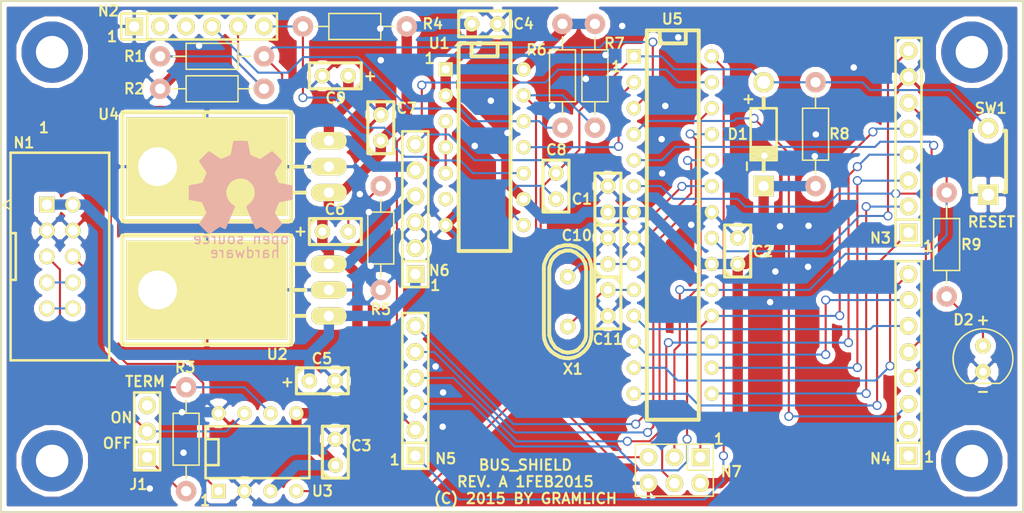
<source format=kicad_pcb>
(kicad_pcb (version 4) (host pcbnew "(2014-jul-16 BZR unknown)-product")
  (title_block (date "Fri 03 Oct 2014") (rev B))
  (layers (0 F.Cu signal) (31 B.Cu signal) (34 B.Paste user) (35 F.Paste user) (36 B.SilkS user) (37 F.SilkS user) (38 B.Mask user) (39 F.Mask user) (44 Edge.Cuts user))
  (net 0 "")
  (net 1 /D2)
  (net 2 /D3)
  (net 3 /D4)
  (net 4 /D5)
  (net 5 /D6)
  (net 6 /D7)
  (net 7 /D8)
  (net 8 /D9)
  (net 9 /D10)
  (net 10 /D11)
  (net 11 /D12)
  (net 12 /D13)
  (net 13 GND)
  (net 14 "Net-(C10-Pad1)")
  (net 15 /~RESET)
  (net 16 "Net-(N2-Pad4)")
  (net 17 "Net-(N2-Pad5)")
  (net 18 "Net-(N2-Pad6)")
  (net 19 /TXD)
  (net 20 /RXD)
  (net 21 "Net-(J1-Pad1)")
  (net 22 "Net-(J1-Pad2)")
  (net 23 "Net-(N1-Pad7)")
  (net 24 "Net-(N1-Pad10)")
  (net 25 "Net-(D2-Pad+)")
  (net 26 VCC)
  (net 27 /VIN)
  (net 28 3V3)
  (net 29 "Net-(C11-Pad1)")
  (net 30 "Net-(N1-Pad6)")
  (net 31 /AREF)
  (net 32 /A4)
  (net 33 /A3)
  (net 34 /A2)
  (net 35 /A1)
  (net 36 /A0)
  (net 37 "Net-(R7-Pad1)")
  (net 38 "Net-(U1-Pad3)")
  (net 39 /A5)
  (net 40 "Net-(C6-Pad2)")
  (net 41 "Net-(C8-Pad1)")
  (module bus_shield:Capacitor3MMDiscRM2.5 (layer F.Cu) (at 159.385 119.38 90)
    (fp_text reference C1 (at 0 -2.54 180) (layer F.SilkS) (effects (font (size 1.016 1.016) (thickness 0.2032))))
    (fp_text value .1uF hide)
    (pad 1 thru_hole circle (at -1.27 0 90) (size 1.50114 1.50114) (drill 0.8001) (layers *.Cu *.Mask F.SilkS) (net 26 VCC))
    (pad 2 thru_hole circle (at 1.27 0 90) (size 1.50114 1.50114) (drill 0.8001) (layers *.Cu *.Mask F.SilkS) (net 13 GND))
  )
  (module bus_shield:Capacitor3MMDiscRM2.5 (layer F.Cu) (at 172.085 124.46 90)
    (fp_text reference C2 (at -0.04064 2.48412 180) (layer F.SilkS) (effects (font (size 1.016 1.016) (thickness 0.2032))))
    (fp_text value .1uF hide)
    (pad 1 thru_hole circle (at -1.27 0 90) (size 1.50114 1.50114) (drill 0.8001) (layers *.Cu *.Mask F.SilkS) (net 26 VCC))
    (pad 2 thru_hole circle (at 1.27 0 90) (size 1.50114 1.50114) (drill 0.8001) (layers *.Cu *.Mask F.SilkS) (net 13 GND))
  )
  (module bus_shield:Capacitor3MMDiscRM2.5 (layer F.Cu) (at 132.715 144.145 90)
    (fp_text reference C3 (at 0.635 2.54 180) (layer F.SilkS) (effects (font (size 1.016 1.016) (thickness 0.2032))))
    (fp_text value .1uF hide)
    (pad 1 thru_hole circle (at -1.27 0 90) (size 1.50114 1.50114) (drill 0.8001) (layers *.Cu *.Mask F.SilkS) (net 26 VCC))
    (pad 2 thru_hole circle (at 1.27 0 90) (size 1.50114 1.50114) (drill 0.8001) (layers *.Cu *.Mask F.SilkS) (net 13 GND))
  )
  (module bus_shield:Capacitor3MMDiscRM2.5 (layer F.Cu) (at 147.32 102.235)
    (fp_text reference C4 (at 3.81 0) (layer F.SilkS) (effects (font (size 1.016 1.016) (thickness 0.2032))))
    (fp_text value .1uF hide)
    (pad 1 thru_hole circle (at -1.27 0) (size 1.50114 1.50114) (drill 0.8001) (layers *.Cu *.Mask F.SilkS) (net 26 VCC))
    (pad 2 thru_hole circle (at 1.27 0) (size 1.50114 1.50114) (drill 0.8001) (layers *.Cu *.Mask F.SilkS) (net 13 GND))
  )
  (module bus_shield:Capacitor3MMDiscRM2.5 (layer F.Cu) (at 131.445 137.16)
    (fp_text reference C5 (at -0.04 -2.17) (layer F.SilkS) (effects (font (size 1.016 1.016) (thickness 0.2032))))
    (fp_text value 22uF hide)
    (pad 1 thru_hole circle (at -1.27 0) (size 1.50114 1.50114) (drill 0.8001) (layers *.Cu *.Mask F.SilkS) (net 27 /VIN))
    (pad 2 thru_hole circle (at 1.27 0) (size 1.50114 1.50114) (drill 0.8001) (layers *.Cu *.Mask F.SilkS) (net 13 GND))
  )
  (module bus_shield:Capacitor3MMDiscRM2.5 (layer F.Cu) (at 132.715 122.555)
    (fp_text reference C6 (at -0.04 -2.17) (layer F.SilkS) (effects (font (size 1.016 1.016) (thickness 0.2032))))
    (fp_text value .1uF hide)
    (pad 1 thru_hole circle (at -1.27 0) (size 1.50114 1.50114) (drill 0.8001) (layers *.Cu *.Mask F.SilkS) (net 26 VCC))
    (pad 2 thru_hole circle (at 1.27 0) (size 1.50114 1.50114) (drill 0.8001) (layers *.Cu *.Mask F.SilkS) (net 40 "Net-(C6-Pad2)"))
  )
  (module bus_shield:Capacitor3MMDiscRM2.5 (layer F.Cu) (at 137.16 112.395 90)
    (fp_text reference C7 (at 1.905 2.54 180) (layer F.SilkS) (effects (font (size 1.016 1.016) (thickness 0.2032))))
    (fp_text value 22uF hide)
    (pad 1 thru_hole circle (at -1.27 0 90) (size 1.50114 1.50114) (drill 0.8001) (layers *.Cu *.Mask F.SilkS) (net 26 VCC))
    (pad 2 thru_hole circle (at 1.27 0 90) (size 1.50114 1.50114) (drill 0.8001) (layers *.Cu *.Mask F.SilkS) (net 13 GND))
  )
  (module bus_shield:Capacitor3MMDiscRM2.5 (layer F.Cu) (at 154.305 118.11 90)
    (fp_text reference C8 (at 3.556 0.03556 180) (layer F.SilkS) (effects (font (size 1.016 1.016) (thickness 0.2032))))
    (fp_text value .1uF hide)
    (pad 1 thru_hole circle (at -1.27 0 90) (size 1.50114 1.50114) (drill 0.8001) (layers *.Cu *.Mask F.SilkS) (net 41 "Net-(C8-Pad1)"))
    (pad 2 thru_hole circle (at 1.27 0 90) (size 1.50114 1.50114) (drill 0.8001) (layers *.Cu *.Mask F.SilkS) (net 15 /~RESET))
  )
  (module bus_shield:Capacitor3MMDiscRM2.5 (layer F.Cu) (at 132.715 107.315 180)
    (fp_text reference C9 (at -0.04 -2.17 180) (layer F.SilkS) (effects (font (size 1.016 1.016) (thickness 0.2032))))
    (fp_text value 22uF hide)
    (pad 1 thru_hole circle (at -1.27 0 180) (size 1.50114 1.50114) (drill 0.8001) (layers *.Cu *.Mask F.SilkS) (net 28 3V3))
    (pad 2 thru_hole circle (at 1.27 0 180) (size 1.50114 1.50114) (drill 0.8001) (layers *.Cu *.Mask F.SilkS) (net 13 GND))
  )
  (module bus_shield:Capacitor3MMDiscRM2.5 (layer F.Cu) (at 159.385 124.46 90)
    (fp_text reference C10 (at 1.524 -3.048 180) (layer F.SilkS) (effects (font (size 1.016 1.016) (thickness 0.2032))))
    (fp_text value 18pF hide)
    (pad 1 thru_hole circle (at -1.27 0 90) (size 1.50114 1.50114) (drill 0.8001) (layers *.Cu *.Mask F.SilkS) (net 14 "Net-(C10-Pad1)"))
    (pad 2 thru_hole circle (at 1.27 0 90) (size 1.50114 1.50114) (drill 0.8001) (layers *.Cu *.Mask F.SilkS) (net 13 GND))
  )
  (module bus_shield:Capacitor3MMDiscRM2.5 (layer F.Cu) (at 159.385 129.54 270)
    (fp_text reference C11 (at 3.556 0 360) (layer F.SilkS) (effects (font (size 1.016 1.016) (thickness 0.2032))))
    (fp_text value 18pF hide)
    (pad 1 thru_hole circle (at -1.27 0 270) (size 1.50114 1.50114) (drill 0.8001) (layers *.Cu *.Mask F.SilkS) (net 29 "Net-(C11-Pad1)"))
    (pad 2 thru_hole circle (at 1.27 0 270) (size 1.50114 1.50114) (drill 0.8001) (layers *.Cu *.Mask F.SilkS) (net 13 GND))
  )
  (module bus_shield:Diode_DO-41_SOD81_Horizontal_RM10 (layer F.Cu) (at 174.625 113.03 270)
    (fp_text reference D1 (at 0 2.54 360) (layer F.SilkS) (effects (font (size 1.016 1.016) (thickness 0.2032))))
    (fp_text value SD101C-TR hide)
    (fp_text user - (at 3.14 1.71 270) (layer F.SilkS) (effects (font (size 1.016 1.016) (thickness 0.2032))))
    (fp_text user + (at -3.42 1.56 270) (layer F.SilkS) (effects (font (size 1.016 1.016) (thickness 0.2032))))
    (pad + thru_hole circle (at -5.08 0 270) (size 1.99898 1.99898) (drill 1.27) (layers *.Cu *.Mask F.SilkS) (net 15 /~RESET))
    (pad - thru_hole rect (at 5.08 0 270) (size 1.99898 1.99898) (drill 1.00076) (layers *.Cu *.Mask F.SilkS) (net 26 VCC))
  )
  (module bus_shield:T1_LED (layer F.Cu) (at 196.088 135.001)
    (fp_text reference D2 (at -1.905 -3.81) (layer F.SilkS) (effects (font (size 1.016 1.016) (thickness 0.2032))))
    (fp_text value LED hide)
    (fp_text user - (at 0 3.175) (layer F.SilkS) (effects (font (size 1.016 1.016) (thickness 0.2032))))
    (fp_text user + (at 0 -3.81) (layer F.SilkS) (effects (font (size 1.016 1.016) (thickness 0.2032))))
    (pad + thru_hole circle (at 0 -1.27) (size 1.524 1.524) (drill 0.762) (layers *.Cu *.Mask F.SilkS) (net 25 "Net-(D2-Pad+)"))
    (pad - thru_hole circle (at 0 1.27) (size 1.524 1.524) (drill 0.762) (layers *.Cu *.Mask F.SilkS) (net 13 GND))
  )
  (module bus_shield:OSHW_LOGO_400mil (layer B.Cu) (at 123.444 118.237 180)
    (fp_text reference G1 hide)
    (fp_text value OSHW_LOGO hide)
  )
  (module bus_shield:MountingHole_3mm (layer F.Cu) (at 105 105)
    (fp_text reference H1 (at 0 0) (layer F.SilkS) (effects (font (size 1.016 1.016) (thickness 0.2032))))
    (fp_text value 3MM_HOLE hide)
    (pad 1 thru_hole circle (at 0 0) (size 6 6) (drill 3.175) (layers *.Cu))
  )
  (module bus_shield:MountingHole_3mm (layer F.Cu) (at 195 105)
    (fp_text reference H2 (at 0 0) (layer F.SilkS) (effects (font (size 1.016 1.016) (thickness 0.2032))))
    (fp_text value 3MM_HOLE hide)
    (pad 1 thru_hole circle (at 0 0) (size 6 6) (drill 3.175) (layers *.Cu))
  )
  (module bus_shield:MountingHole_3mm (layer F.Cu) (at 105 145)
    (fp_text reference H3 (at 0 0) (layer F.SilkS) (effects (font (size 1.016 1.016) (thickness 0.2032))))
    (fp_text value 3MM_HOLE hide)
    (pad 1 thru_hole circle (at 0 0) (size 6 6) (drill 3.175) (layers *.Cu))
  )
  (module bus_shield:MountingHole_3mm (layer F.Cu) (at 195 145)
    (fp_text reference H4 (at 0 0) (layer F.SilkS) (effects (font (size 1.016 1.016) (thickness 0.2032))))
    (fp_text value 3MM_HOLE hide)
    (pad 1 thru_hole circle (at 0 0) (size 6 6) (drill 3.175) (layers *.Cu))
  )
  (module bus_shield:Pin_Header_Straight_1x03 (layer F.Cu) (at 114.3 142.113 90)
    (fp_text reference J1 (at -5.18668 -0.8636 180) (layer F.SilkS) (effects (font (size 1.016 1.016) (thickness 0.2032))))
    (fp_text value TERMINATE_JUMPER hide)
    (pad 1 thru_hole rect (at -2.54 0 90) (size 1.7272 1.7272) (drill 1.016) (layers *.Cu *.Mask F.SilkS) (net 21 "Net-(J1-Pad1)"))
    (pad 2 thru_hole circle (at 0 0 90) (size 1.7272 1.7272) (drill 1.016) (layers *.Cu *.Mask F.SilkS) (net 22 "Net-(J1-Pad2)"))
    (pad 3 thru_hole circle (at 2.54 0 90) (size 1.7272 1.7272) (drill 1.016) (layers *.Cu *.Mask F.SilkS))
  )
  (module bus_shield:Pin_Header_Straight_2x05_Shrouded (layer F.Cu) (at 105.76 125 270)
    (fp_text reference N1 (at -11.13 3.525 540) (layer F.SilkS) (effects (font (size 1.016 1.016) (thickness 0.2032))))
    (fp_text value BUS_SLAVE_HEADER hide)
    (pad 1 thru_hole rect (at -5.08 1.27 270) (size 1.524 1.524) (drill 1.016) (layers *.Cu *.Mask F.SilkS) (net 27 /VIN))
    (pad 2 thru_hole circle (at -5.08 -1.27 270) (size 1.524 1.524) (drill 1.016) (layers *.Cu *.Mask F.SilkS) (net 27 /VIN))
    (pad 3 thru_hole circle (at -2.54 1.27 270) (size 1.524 1.524) (drill 1.016) (layers *.Cu *.Mask F.SilkS) (net 13 GND))
    (pad 4 thru_hole circle (at -2.54 -1.27 270) (size 1.524 1.524) (drill 1.016) (layers *.Cu *.Mask F.SilkS) (net 13 GND))
    (pad 5 thru_hole circle (at 0 1.27 270) (size 1.524 1.524) (drill 1.016) (layers *.Cu *.Mask F.SilkS) (net 22 "Net-(J1-Pad2)"))
    (pad 6 thru_hole circle (at 0 -1.27 270) (size 1.524 1.524) (drill 1.016) (layers *.Cu *.Mask F.SilkS) (net 30 "Net-(N1-Pad6)"))
    (pad 7 thru_hole circle (at 2.54 1.27 270) (size 1.524 1.524) (drill 1.016) (layers *.Cu *.Mask F.SilkS) (net 23 "Net-(N1-Pad7)"))
    (pad 8 thru_hole circle (at 2.54 -1.27 270) (size 1.524 1.524) (drill 1.016) (layers *.Cu *.Mask F.SilkS) (net 23 "Net-(N1-Pad7)"))
    (pad 9 thru_hole circle (at 5.08 1.27 270) (size 1.524 1.524) (drill 1.016) (layers *.Cu *.Mask F.SilkS) (net 24 "Net-(N1-Pad10)"))
    (pad 10 thru_hole circle (at 5.08 -1.27 270) (size 1.524 1.524) (drill 1.016) (layers *.Cu *.Mask F.SilkS) (net 24 "Net-(N1-Pad10)"))
  )
  (module bus_shield:Pin_Header_Straight_1x06 (layer F.Cu) (at 119.38 102.489)
    (fp_text reference N2 (at -8.89 -1.524) (layer F.SilkS) (effects (font (size 1.016 1.016) (thickness 0.2032))))
    (fp_text value FTDI_HEADER hide)
    (pad 1 thru_hole rect (at -6.35 0) (size 1.7272 1.7272) (drill 1.016) (layers *.Cu *.Mask F.SilkS) (net 13 GND))
    (pad 2 thru_hole circle (at -3.81 0) (size 1.7272 1.7272) (drill 1.016) (layers *.Cu *.Mask F.SilkS))
    (pad 3 thru_hole circle (at -1.27 0) (size 1.7272 1.7272) (drill 1.016) (layers *.Cu *.Mask F.SilkS))
    (pad 4 thru_hole circle (at 1.27 0) (size 1.7272 1.7272) (drill 1.016) (layers *.Cu *.Mask F.SilkS) (net 16 "Net-(N2-Pad4)"))
    (pad 5 thru_hole circle (at 3.81 0) (size 1.7272 1.7272) (drill 1.016) (layers *.Cu *.Mask F.SilkS) (net 17 "Net-(N2-Pad5)"))
    (pad 6 thru_hole circle (at 6.35 0) (size 1.7272 1.7272) (drill 1.016) (layers *.Cu *.Mask F.SilkS) (net 18 "Net-(N2-Pad6)"))
  )
  (module bus_shield:Pin_Header_Straight_1x08 (layer F.Cu) (at 188.8 113.766 90)
    (fp_text reference N3 (at -9.424 -2.745 180) (layer F.SilkS) (effects (font (size 1.016 1.016) (thickness 0.2032))))
    (fp_text value ARD_D9_13_CONN hide)
    (pad 1 thru_hole rect (at -8.89 0 90) (size 1.7272 1.7272) (drill 1.016) (layers *.Cu *.Mask F.SilkS) (net 7 /D8))
    (pad 2 thru_hole circle (at -6.35 0 90) (size 1.7272 1.7272) (drill 1.016) (layers *.Cu *.Mask F.SilkS) (net 8 /D9))
    (pad 3 thru_hole circle (at -3.81 0 90) (size 1.7272 1.7272) (drill 1.016) (layers *.Cu *.Mask F.SilkS) (net 9 /D10))
    (pad 4 thru_hole circle (at -1.27 0 90) (size 1.7272 1.7272) (drill 1.016) (layers *.Cu *.Mask F.SilkS) (net 10 /D11))
    (pad 5 thru_hole circle (at 1.27 0 90) (size 1.7272 1.7272) (drill 1.016) (layers *.Cu *.Mask F.SilkS) (net 11 /D12))
    (pad 6 thru_hole circle (at 3.81 0 90) (size 1.7272 1.7272) (drill 1.016) (layers *.Cu *.Mask F.SilkS) (net 12 /D13))
    (pad 7 thru_hole circle (at 6.35 0 90) (size 1.7272 1.7272) (drill 1.016) (layers *.Cu *.Mask F.SilkS) (net 13 GND))
    (pad 8 thru_hole circle (at 8.89 0 90) (size 1.7272 1.7272) (drill 1.016) (layers *.Cu *.Mask F.SilkS) (net 31 /AREF))
  )
  (module bus_shield:Pin_Header_Straight_1x08 (layer F.Cu) (at 188.8 135.61 90)
    (fp_text reference N4 (at -9.17 -2.745 180) (layer F.SilkS) (effects (font (size 1.016 1.016) (thickness 0.2032))))
    (fp_text value ARD_DO_D7 hide)
    (pad 1 thru_hole rect (at -8.89 0 90) (size 1.7272 1.7272) (drill 1.016) (layers *.Cu *.Mask F.SilkS))
    (pad 2 thru_hole circle (at -6.35 0 90) (size 1.7272 1.7272) (drill 1.016) (layers *.Cu *.Mask F.SilkS))
    (pad 3 thru_hole circle (at -3.81 0 90) (size 1.7272 1.7272) (drill 1.016) (layers *.Cu *.Mask F.SilkS) (net 1 /D2))
    (pad 4 thru_hole circle (at -1.27 0 90) (size 1.7272 1.7272) (drill 1.016) (layers *.Cu *.Mask F.SilkS) (net 2 /D3))
    (pad 5 thru_hole circle (at 1.27 0 90) (size 1.7272 1.7272) (drill 1.016) (layers *.Cu *.Mask F.SilkS) (net 3 /D4))
    (pad 6 thru_hole circle (at 3.81 0 90) (size 1.7272 1.7272) (drill 1.016) (layers *.Cu *.Mask F.SilkS) (net 4 /D5))
    (pad 7 thru_hole circle (at 6.35 0 90) (size 1.7272 1.7272) (drill 1.016) (layers *.Cu *.Mask F.SilkS) (net 5 /D6))
    (pad 8 thru_hole circle (at 8.89 0 90) (size 1.7272 1.7272) (drill 1.016) (layers *.Cu *.Mask F.SilkS) (net 6 /D7))
  )
  (module bus_shield:Pin_Header_Straight_1x06 (layer F.Cu) (at 140.54 138.15 90)
    (fp_text reference N5 (at -6.63 2.97 180) (layer F.SilkS) (effects (font (size 1.016 1.016) (thickness 0.2032))))
    (fp_text value ARD_A0_A5 hide)
    (pad 1 thru_hole rect (at -6.35 0 90) (size 1.7272 1.7272) (drill 1.016) (layers *.Cu *.Mask F.SilkS) (net 39 /A5))
    (pad 2 thru_hole circle (at -3.81 0 90) (size 1.7272 1.7272) (drill 1.016) (layers *.Cu *.Mask F.SilkS) (net 32 /A4))
    (pad 3 thru_hole circle (at -1.27 0 90) (size 1.7272 1.7272) (drill 1.016) (layers *.Cu *.Mask F.SilkS) (net 33 /A3))
    (pad 4 thru_hole circle (at 1.27 0 90) (size 1.7272 1.7272) (drill 1.016) (layers *.Cu *.Mask F.SilkS) (net 34 /A2))
    (pad 5 thru_hole circle (at 3.81 0 90) (size 1.7272 1.7272) (drill 1.016) (layers *.Cu *.Mask F.SilkS) (net 35 /A1))
    (pad 6 thru_hole circle (at 6.35 0 90) (size 1.7272 1.7272) (drill 1.016) (layers *.Cu *.Mask F.SilkS) (net 36 /A0))
  )
  (module bus_shield:Pin_Header_Straight_1x06 (layer F.Cu) (at 140.54 120.37 90)
    (fp_text reference N6 (at -5.995 2.335 180) (layer F.SilkS) (effects (font (size 1.016 1.016) (thickness 0.2032))))
    (fp_text value ARD_PWR hide)
    (pad 1 thru_hole rect (at -6.35 0 90) (size 1.7272 1.7272) (drill 1.016) (layers *.Cu *.Mask F.SilkS) (net 27 /VIN))
    (pad 2 thru_hole circle (at -3.81 0 90) (size 1.7272 1.7272) (drill 1.016) (layers *.Cu *.Mask F.SilkS) (net 13 GND))
    (pad 3 thru_hole circle (at -1.27 0 90) (size 1.7272 1.7272) (drill 1.016) (layers *.Cu *.Mask F.SilkS) (net 13 GND))
    (pad 4 thru_hole circle (at 1.27 0 90) (size 1.7272 1.7272) (drill 1.016) (layers *.Cu *.Mask F.SilkS) (net 26 VCC))
    (pad 5 thru_hole circle (at 3.81 0 90) (size 1.7272 1.7272) (drill 1.016) (layers *.Cu *.Mask F.SilkS) (net 28 3V3))
    (pad 6 thru_hole circle (at 6.35 0 90) (size 1.7272 1.7272) (drill 1.016) (layers *.Cu *.Mask F.SilkS) (net 15 /~RESET))
  )
  (module bus_shield:Pin_Header_Straight_2x03 (layer F.Cu) (at 165.889987 145.910005 180)
    (fp_text reference N7 (at -5.560013 -0.139995 180) (layer F.SilkS) (effects (font (size 1.016 1.016) (thickness 0.2032))))
    (fp_text value ISP_CONN hide)
    (pad 1 thru_hole rect (at -2.54 1.27 180) (size 1.7272 1.7272) (drill 1.016) (layers *.Cu *.Mask F.SilkS) (net 11 /D12))
    (pad 2 thru_hole oval (at -2.54 -1.27 180) (size 1.7272 1.7272) (drill 1.016) (layers *.Cu *.Mask F.SilkS) (net 26 VCC))
    (pad 3 thru_hole oval (at 0 1.27 180) (size 1.7272 1.7272) (drill 1.016) (layers *.Cu *.Mask F.SilkS) (net 12 /D13))
    (pad 4 thru_hole oval (at 0 -1.27 180) (size 1.7272 1.7272) (drill 1.016) (layers *.Cu *.Mask F.SilkS) (net 10 /D11))
    (pad 5 thru_hole oval (at 2.54 1.27 180) (size 1.7272 1.7272) (drill 1.016) (layers *.Cu *.Mask F.SilkS) (net 15 /~RESET))
    (pad 6 thru_hole oval (at 2.54 -1.27 180) (size 1.7272 1.7272) (drill 1.016) (layers *.Cu *.Mask F.SilkS) (net 13 GND))
  )
  (module bus_shield:Resistor_Horizontal_400 (layer F.Cu) (at 120.65 105.41)
    (fp_text reference R1 (at -7.62 0) (layer F.SilkS) (effects (font (size 1.016 1.016) (thickness 0.2032))))
    (fp_text value 22K hide)
    (pad 1 thru_hole circle (at -5.08 0) (size 1.99898 1.99898) (drill 1.00076) (layers *.Cu *.SilkS *.Mask) (net 17 "Net-(N2-Pad5)"))
    (pad 2 thru_hole circle (at 5.08 0) (size 1.99898 1.99898) (drill 1.00076) (layers *.Cu *.SilkS *.Mask) (net 19 /TXD))
  )
  (module bus_shield:Resistor_Horizontal_400 (layer F.Cu) (at 120.65 108.585)
    (fp_text reference R2 (at -7.62 0) (layer F.SilkS) (effects (font (size 1.016 1.016) (thickness 0.2032))))
    (fp_text value 33K hide)
    (pad 1 thru_hole circle (at -5.08 0) (size 1.99898 1.99898) (drill 1.00076) (layers *.Cu *.SilkS *.Mask) (net 13 GND))
    (pad 2 thru_hole circle (at 5.08 0) (size 1.99898 1.99898) (drill 1.00076) (layers *.Cu *.SilkS *.Mask) (net 17 "Net-(N2-Pad5)"))
  )
  (module bus_shield:Resistor_Horizontal_400 (layer F.Cu) (at 118.11 142.875 270)
    (fp_text reference R3 (at -7.03072 0.09144 360) (layer F.SilkS) (effects (font (size 1.016 1.016) (thickness 0.2032))))
    (fp_text value 120 hide)
    (pad 1 thru_hole circle (at -5.08 0 270) (size 1.99898 1.99898) (drill 1.00076) (layers *.Cu *.SilkS *.Mask) (net 30 "Net-(N1-Pad6)"))
    (pad 2 thru_hole circle (at 5.08 0 270) (size 1.99898 1.99898) (drill 1.00076) (layers *.Cu *.SilkS *.Mask) (net 21 "Net-(J1-Pad1)"))
  )
  (module bus_shield:Resistor_Horizontal_400 (layer F.Cu) (at 134.62 102.489)
    (fp_text reference R4 (at 7.62 -0.254) (layer F.SilkS) (effects (font (size 1.016 1.016) (thickness 0.2032))))
    (fp_text value 100K hide)
    (pad 1 thru_hole circle (at -5.08 0) (size 1.99898 1.99898) (drill 1.00076) (layers *.Cu *.SilkS *.Mask) (net 18 "Net-(N2-Pad6)"))
    (pad 2 thru_hole circle (at 5.08 0) (size 1.99898 1.99898) (drill 1.00076) (layers *.Cu *.SilkS *.Mask) (net 26 VCC))
  )
  (module bus_shield:Resistor_Horizontal_400 (layer F.Cu) (at 137.16 123.19 90)
    (fp_text reference R5 (at -6.985 0 180) (layer F.SilkS) (effects (font (size 1.016 1.016) (thickness 0.2032))))
    (fp_text value .47 hide)
    (pad 1 thru_hole circle (at -5.08 0 90) (size 1.99898 1.99898) (drill 1.00076) (layers *.Cu *.SilkS *.Mask) (net 13 GND))
    (pad 2 thru_hole circle (at 5.08 0 90) (size 1.99898 1.99898) (drill 1.00076) (layers *.Cu *.SilkS *.Mask) (net 40 "Net-(C6-Pad2)"))
  )
  (module bus_shield:Resistor_Horizontal_400 (layer F.Cu) (at 154.94 107.315 90)
    (fp_text reference R6 (at 2.54 -2.54 180) (layer F.SilkS) (effects (font (size 1.016 1.016) (thickness 0.2032))))
    (fp_text value 100K hide)
    (pad 1 thru_hole circle (at -5.08 0 90) (size 1.99898 1.99898) (drill 1.00076) (layers *.Cu *.SilkS *.Mask) (net 16 "Net-(N2-Pad4)"))
    (pad 2 thru_hole circle (at 5.08 0 90) (size 1.99898 1.99898) (drill 1.00076) (layers *.Cu *.SilkS *.Mask) (net 26 VCC))
  )
  (module bus_shield:Resistor_Horizontal_400 (layer F.Cu) (at 158.115 107.315 90)
    (fp_text reference R7 (at 3.175 1.905 180) (layer F.SilkS) (effects (font (size 1.016 1.016) (thickness 0.2032))))
    (fp_text value 100K hide)
    (pad 1 thru_hole circle (at -5.08 0 90) (size 1.99898 1.99898) (drill 1.00076) (layers *.Cu *.SilkS *.Mask) (net 37 "Net-(R7-Pad1)"))
    (pad 2 thru_hole circle (at 5.08 0 90) (size 1.99898 1.99898) (drill 1.00076) (layers *.Cu *.SilkS *.Mask) (net 26 VCC))
  )
  (module bus_shield:Resistor_Horizontal_400 (layer F.Cu) (at 179.705 113.03 270)
    (fp_text reference R8 (at -0.03 -2.33 360) (layer F.SilkS) (effects (font (size 1.016 1.016) (thickness 0.2032))))
    (fp_text value 10K hide)
    (pad 1 thru_hole circle (at -5.08 0 270) (size 1.99898 1.99898) (drill 1.00076) (layers *.Cu *.SilkS *.Mask) (net 15 /~RESET))
    (pad 2 thru_hole circle (at 5.08 0 270) (size 1.99898 1.99898) (drill 1.00076) (layers *.Cu *.SilkS *.Mask) (net 26 VCC))
  )
  (module bus_shield:Resistor_Horizontal_400 (layer F.Cu) (at 192.532 123.825 90)
    (fp_text reference R9 (at 0 2.413 180) (layer F.SilkS) (effects (font (size 1.016 1.016) (thickness 0.2032))))
    (fp_text value 470 hide)
    (pad 1 thru_hole circle (at -5.08 0 90) (size 1.99898 1.99898) (drill 1.00076) (layers *.Cu *.SilkS *.Mask) (net 25 "Net-(D2-Pad+)"))
    (pad 2 thru_hole circle (at 5.08 0 90) (size 1.99898 1.99898) (drill 1.00076) (layers *.Cu *.SilkS *.Mask) (net 12 /D13))
  )
  (module bus_shield:Button_6.5MM (layer F.Cu) (at 196.596 115.697 90)
    (fp_text reference SW1 (at 5.207 0.254 360) (layer F.SilkS) (effects (font (size 1.016 1.016) (thickness 0.2032))))
    (fp_text value MJTP1243 hide)
    (pad 1 thru_hole rect (at -3.2512 0 90) (size 1.99898 1.99898) (drill 1.19888) (layers *.Cu *.Mask F.SilkS) (net 13 GND))
    (pad 2 thru_hole circle (at 3.2512 0 90) (size 1.99898 1.99898) (drill 1.19888) (layers *.Cu *.Mask F.SilkS) (net 15 /~RESET))
  )
  (module bus_shield:DIP-14__300 (layer F.Cu) (at 147.32 114.3 270)
    (fp_text reference U1 (at -10.16 4.445 360) (layer F.SilkS) (effects (font (size 1.016 1.016) (thickness 0.2032))))
    (fp_text value 74HCT08 hide)
    (pad 1 thru_hole rect (at -7.62 3.81 270) (size 1.397 1.397) (drill 0.8128) (layers *.Cu *.Mask F.SilkS) (net 26 VCC))
    (pad 2 thru_hole circle (at -5.08 3.81 270) (size 1.397 1.397) (drill 0.8128) (layers *.Cu *.Mask F.SilkS) (net 26 VCC))
    (pad 3 thru_hole circle (at -2.54 3.81 270) (size 1.397 1.397) (drill 0.8128) (layers *.Cu *.Mask F.SilkS) (net 38 "Net-(U1-Pad3)"))
    (pad 4 thru_hole circle (at 0 3.81 270) (size 1.397 1.397) (drill 0.8128) (layers *.Cu *.Mask F.SilkS) (net 38 "Net-(U1-Pad3)"))
    (pad 5 thru_hole circle (at 2.54 3.81 270) (size 1.397 1.397) (drill 0.8128) (layers *.Cu *.Mask F.SilkS) (net 38 "Net-(U1-Pad3)"))
    (pad 6 thru_hole circle (at 5.08 3.81 270) (size 1.397 1.397) (drill 0.8128) (layers *.Cu *.Mask F.SilkS))
    (pad 7 thru_hole circle (at 7.62 3.81 270) (size 1.397 1.397) (drill 0.8128) (layers *.Cu *.Mask F.SilkS) (net 13 GND))
    (pad 8 thru_hole circle (at 7.62 -3.81 270) (size 1.397 1.397) (drill 0.8128) (layers *.Cu *.Mask F.SilkS) (net 41 "Net-(C8-Pad1)"))
    (pad 9 thru_hole circle (at 5.08 -3.81 270) (size 1.397 1.397) (drill 0.8128) (layers *.Cu *.Mask F.SilkS) (net 26 VCC))
    (pad 10 thru_hole circle (at 2.54 -3.81 270) (size 1.397 1.397) (drill 0.8128) (layers *.Cu *.Mask F.SilkS) (net 18 "Net-(N2-Pad6)"))
    (pad 11 thru_hole circle (at 0 -3.81 270) (size 1.397 1.397) (drill 0.8128) (layers *.Cu *.Mask F.SilkS) (net 20 /RXD))
    (pad 12 thru_hole circle (at -2.54 -3.81 270) (size 1.397 1.397) (drill 0.8128) (layers *.Cu *.Mask F.SilkS) (net 16 "Net-(N2-Pad4)"))
    (pad 13 thru_hole circle (at -5.08 -3.81 270) (size 1.397 1.397) (drill 0.8128) (layers *.Cu *.Mask F.SilkS) (net 37 "Net-(R7-Pad1)"))
    (pad 14 thru_hole circle (at -7.62 -3.81 270) (size 1.397 1.397) (drill 0.8128) (layers *.Cu *.Mask F.SilkS) (net 26 VCC))
  )
  (module bus_shield:TO-220_Neutral123_Horizontal_LargePads (layer F.Cu) (at 132.08 128.27 90)
    (fp_text reference U2 (at -6.2992 -5.0546 180) (layer F.SilkS) (effects (font (size 1.016 1.016) (thickness 0.2032))))
    (fp_text value LM2940 hide)
    (pad 2 thru_hole oval (at 0 0 180) (size 3.50012 1.69926) (drill 1.00076) (layers *.Cu *.Mask F.SilkS) (net 13 GND))
    (pad 1 thru_hole oval (at -2.54 0 180) (size 3.50012 1.69926) (drill 1.00076) (layers *.Cu *.Mask F.SilkS) (net 27 /VIN))
    (pad 3 thru_hole oval (at 2.54 0 180) (size 3.50012 1.69926) (drill 1.00076) (layers *.Cu *.Mask F.SilkS) (net 26 VCC))
    (pad 2 thru_hole rect (at 0 -16.764 180) (size 15.748 9.652) (drill 3.79984 (offset -4.826 0)) (layers *.Cu F.SilkS F.Mask) (net 13 GND))
  )
  (module bus_shield:DIP-8__300 (layer F.Cu) (at 125.095 144.145)
    (fp_text reference U3 (at 6.35 3.81) (layer F.SilkS) (effects (font (size 1.016 1.016) (thickness 0.2032))))
    (fp_text value MCP2562 hide)
    (pad 1 thru_hole rect (at -3.81 3.81) (size 1.397 1.397) (drill 0.8128) (layers *.Cu *.Mask F.SilkS) (net 19 /TXD))
    (pad 2 thru_hole circle (at -1.27 3.81) (size 1.397 1.397) (drill 0.8128) (layers *.Cu *.Mask F.SilkS) (net 13 GND))
    (pad 3 thru_hole circle (at 1.27 3.81) (size 1.397 1.397) (drill 0.8128) (layers *.Cu *.Mask F.SilkS) (net 26 VCC))
    (pad 4 thru_hole circle (at 3.81 3.81) (size 1.397 1.397) (drill 0.8128) (layers *.Cu *.Mask F.SilkS) (net 37 "Net-(R7-Pad1)"))
    (pad 5 thru_hole circle (at 3.81 -3.81) (size 1.397 1.397) (drill 0.8128) (layers *.Cu *.Mask F.SilkS) (net 26 VCC))
    (pad 6 thru_hole circle (at 1.27 -3.81) (size 1.397 1.397) (drill 0.8128) (layers *.Cu *.Mask F.SilkS) (net 30 "Net-(N1-Pad6)"))
    (pad 7 thru_hole circle (at -1.27 -3.81) (size 1.397 1.397) (drill 0.8128) (layers *.Cu *.Mask F.SilkS) (net 22 "Net-(J1-Pad2)"))
    (pad 8 thru_hole circle (at -3.81 -3.81) (size 1.397 1.397) (drill 0.8128) (layers *.Cu *.Mask F.SilkS) (net 13 GND))
  )
  (module bus_shield:TO-220_Neutral123_Horizontal_LargePads (layer F.Cu) (at 132.08 116.205 90)
    (fp_text reference U4 (at 5.11556 -21.54936 180) (layer F.SilkS) (effects (font (size 1.016 1.016) (thickness 0.2032))))
    (fp_text value LM117T-3.3 hide)
    (pad 2 thru_hole oval (at 0 0 180) (size 3.50012 1.69926) (drill 1.00076) (layers *.Cu *.Mask F.SilkS) (net 13 GND))
    (pad 1 thru_hole oval (at -2.54 0 180) (size 3.50012 1.69926) (drill 1.00076) (layers *.Cu *.Mask F.SilkS) (net 26 VCC))
    (pad 3 thru_hole oval (at 2.54 0 180) (size 3.50012 1.69926) (drill 1.00076) (layers *.Cu *.Mask F.SilkS) (net 28 3V3))
    (pad 2 thru_hole rect (at 0 -16.764 180) (size 15.748 9.652) (drill 3.79984 (offset -4.826 0)) (layers *.Cu F.SilkS F.Mask) (net 13 GND))
  )
  (module bus_shield:DIP-28__300 (layer F.Cu) (at 165.735 121.92 270)
    (fp_text reference U5 (at -20.16252 0.0508 540) (layer F.SilkS) (effects (font (size 1.016 1.016) (thickness 0.2032))))
    (fp_text value ATMEGA328_DIP28 hide)
    (pad 2 thru_hole circle (at -13.97 3.81 270) (size 1.397 1.397) (drill 0.8128) (layers *.Cu *.Mask F.SilkS) (net 20 /RXD))
    (pad 3 thru_hole circle (at -11.43 3.81 270) (size 1.397 1.397) (drill 0.8128) (layers *.Cu *.Mask F.SilkS) (net 19 /TXD))
    (pad 4 thru_hole circle (at -8.89 3.81 270) (size 1.397 1.397) (drill 0.8128) (layers *.Cu *.Mask F.SilkS) (net 1 /D2))
    (pad 5 thru_hole circle (at -6.35 3.81 270) (size 1.397 1.397) (drill 0.8128) (layers *.Cu *.Mask F.SilkS) (net 2 /D3))
    (pad 6 thru_hole circle (at -3.81 3.81 270) (size 1.397 1.397) (drill 0.8128) (layers *.Cu *.Mask F.SilkS) (net 3 /D4))
    (pad 7 thru_hole circle (at -1.27 3.81 270) (size 1.397 1.397) (drill 0.8128) (layers *.Cu *.Mask F.SilkS) (net 26 VCC))
    (pad 8 thru_hole circle (at 1.27 3.81 270) (size 1.397 1.397) (drill 0.8128) (layers *.Cu *.Mask F.SilkS) (net 13 GND))
    (pad 9 thru_hole circle (at 3.81 3.81 270) (size 1.397 1.397) (drill 0.8128) (layers *.Cu *.Mask F.SilkS) (net 14 "Net-(C10-Pad1)"))
    (pad 10 thru_hole circle (at 6.35 3.81 270) (size 1.397 1.397) (drill 0.8128) (layers *.Cu *.Mask F.SilkS) (net 29 "Net-(C11-Pad1)"))
    (pad 11 thru_hole circle (at 8.89 3.81 270) (size 1.397 1.397) (drill 0.8128) (layers *.Cu *.Mask F.SilkS) (net 4 /D5))
    (pad 12 thru_hole circle (at 11.43 3.81 270) (size 1.397 1.397) (drill 0.8128) (layers *.Cu *.Mask F.SilkS) (net 5 /D6))
    (pad 13 thru_hole circle (at 13.97 3.81 270) (size 1.397 1.397) (drill 0.8128) (layers *.Cu *.Mask F.SilkS) (net 6 /D7))
    (pad 14 thru_hole circle (at 16.51 3.81 270) (size 1.397 1.397) (drill 0.8128) (layers *.Cu *.Mask F.SilkS) (net 7 /D8))
    (pad 1 thru_hole rect (at -16.51 3.81 270) (size 1.397 1.397) (drill 0.8128) (layers *.Cu *.Mask F.SilkS) (net 15 /~RESET))
    (pad 15 thru_hole circle (at 16.51 -3.81 270) (size 1.397 1.397) (drill 0.8128) (layers *.Cu *.Mask F.SilkS) (net 8 /D9))
    (pad 16 thru_hole circle (at 13.97 -3.81 270) (size 1.397 1.397) (drill 0.8128) (layers *.Cu *.Mask F.SilkS) (net 9 /D10))
    (pad 17 thru_hole circle (at 11.43 -3.81 270) (size 1.397 1.397) (drill 0.8128) (layers *.Cu *.Mask F.SilkS) (net 10 /D11))
    (pad 18 thru_hole circle (at 8.89 -3.81 270) (size 1.397 1.397) (drill 0.8128) (layers *.Cu *.Mask F.SilkS) (net 11 /D12))
    (pad 19 thru_hole circle (at 6.35 -3.81 270) (size 1.397 1.397) (drill 0.8128) (layers *.Cu *.Mask F.SilkS) (net 12 /D13))
    (pad 20 thru_hole circle (at 3.81 -3.81 270) (size 1.397 1.397) (drill 0.8128) (layers *.Cu *.Mask F.SilkS) (net 26 VCC))
    (pad 21 thru_hole circle (at 1.27 -3.81 270) (size 1.397 1.397) (drill 0.8128) (layers *.Cu *.Mask F.SilkS) (net 31 /AREF))
    (pad 22 thru_hole circle (at -1.27 -3.81 270) (size 1.397 1.397) (drill 0.8128) (layers *.Cu *.Mask F.SilkS) (net 13 GND))
    (pad 23 thru_hole circle (at -3.81 -3.81 270) (size 1.397 1.397) (drill 0.8128) (layers *.Cu *.Mask F.SilkS) (net 36 /A0))
    (pad 24 thru_hole circle (at -6.35 -3.81 270) (size 1.397 1.397) (drill 0.8128) (layers *.Cu *.Mask F.SilkS) (net 35 /A1))
    (pad 25 thru_hole circle (at -8.89 -3.81 270) (size 1.397 1.397) (drill 0.8128) (layers *.Cu *.Mask F.SilkS) (net 34 /A2))
    (pad 26 thru_hole circle (at -11.43 -3.81 270) (size 1.397 1.397) (drill 0.8128) (layers *.Cu *.Mask F.SilkS) (net 33 /A3))
    (pad 27 thru_hole circle (at -13.97 -3.81 270) (size 1.397 1.397) (drill 0.8128) (layers *.Cu *.Mask F.SilkS) (net 32 /A4))
    (pad 28 thru_hole circle (at -16.51 -3.81 270) (size 1.397 1.397) (drill 0.8128) (layers *.Cu *.Mask F.SilkS) (net 39 /A5))
  )
  (module bus_shield:Crystal_HC49-U_Vertical (layer F.Cu) (at 155.448 129.413 270)
    (fp_text reference X1 (at 6.604 -0.508 360) (layer F.SilkS) (effects (font (size 1.016 1.016) (thickness 0.2032))))
    (fp_text value 16MHz hide)
    (pad 1 thru_hole circle (at -2.44094 0 270) (size 1.50114 1.50114) (drill 0.8001) (layers *.Cu *.Mask F.SilkS) (net 14 "Net-(C10-Pad1)"))
    (pad 2 thru_hole circle (at 2.44094 0 270) (size 1.50114 1.50114) (drill 0.8001) (layers *.Cu *.Mask F.SilkS) (net 29 "Net-(C11-Pad1)"))
  )
  (gr_text "BUS_SHIELD\nREV. A 1FEB2015\n(C) 2015 BY GRAMLICH" (at 151.3078 147.0406) (layer F.SilkS) (effects (font (size 1.016 1.016) (thickness 0.2032))))
  (gr_text RESET (at 196.9135 121.6152) (layer F.SilkS) (effects (font (size 1.016 1.016) (thickness 0.2032))))
  (gr_text 1 (at 160.1978 106.4133) (layer F.SilkS) (effects (font (size 1.016 1.016) (thickness 0.2032))))
  (gr_text 1 (at 170.2435 142.8623) (layer F.SilkS) (effects (font (size 1.016 1.016) (thickness 0.2032))))
  (gr_text + (at 136.12368 107.2896) (layer F.SilkS) (effects (font (size 1.016 1.016) (thickness 0.2032))))
  (gr_text + (at 129.30632 122.48896) (layer F.SilkS) (effects (font (size 1.016 1.016) (thickness 0.2032))))
  (gr_text + (at 128.02108 137.24128) (layer F.SilkS) (effects (font (size 1.016 1.016) (thickness 0.2032))))
  (gr_text 1 (at 119.97436 148.86432) (layer F.SilkS) (effects (font (size 1.016 1.016) (thickness 0.2032))))
  (gr_text 1 (at 190.71844 123.99772) (layer F.SilkS) (effects (font (size 1.016 1.016) (thickness 0.2032))))
  (gr_text 1 (at 190.8302 144.61744) (layer F.SilkS) (effects (font (size 1.016 1.016) (thickness 0.2032))))
  (gr_text 1 (at 138.5316 144.8943) (layer F.SilkS) (effects (font (size 1.016 1.016) (thickness 0.2032))))
  (gr_text 1 (at 142.494 127.8255) (layer F.SilkS) (effects (font (size 1.016 1.016) (thickness 0.2032))))
  (gr_text 1 (at 141.9352 105.6132) (layer F.SilkS) (effects (font (size 1.016 1.016) (thickness 0.2032))))
  (gr_text 1 (at 110.871 103.4796) (layer F.SilkS) (effects (font (size 1.016 1.016) (thickness 0.2032))))
  (gr_text 1 (at 104.2035 112.395) (layer F.SilkS) (effects (font (size 1.016 1.016) (thickness 0.2032))))
  (gr_text TERM (at 114.0968 137.2362) (layer F.SilkS) (effects (font (size 1.016 1.016) (thickness 0.2032))))
  (gr_text OFF (at 111.379 143.2814) (layer F.SilkS) (effects (font (size 1.016 1.016) (thickness 0.2032))))
  (gr_text hardware (at 123.86056 124.62256) (layer B.SilkS) (effects (font (size 1.016 1.016) (thickness 0.1524)) (justify mirror)))
  (gr_text "open source" (at 123.4948 123.2662) (layer B.SilkS) (effects (font (size 1.016 1.016) (thickness 0.1524)) (justify mirror)))
  (gr_line (start 100 150) (end 100 100) (angle 90) (layer F.SilkS) (width 0.2032))
  (gr_line (start 200 150) (end 100 150) (angle 90) (layer F.SilkS) (width 0.2032))
  (gr_line (start 200 100) (end 200 150) (angle 90) (layer F.SilkS) (width 0.2032))
  (gr_line (start 100 100) (end 200 100) (angle 90) (layer F.SilkS) (width 0.2032))
  (gr_text ON (at 111.7854 140.7668) (layer F.SilkS) (effects (font (size 1.016 1.016) (thickness 0.2032))))
  (gr_line (start 200 150) (end 200 100) (angle 90) (layer Edge.Cuts) (width 0.1))
  (gr_line (start 100 150) (end 200 150) (angle 90) (layer Edge.Cuts) (width 0.1))
  (gr_line (start 100 100) (end 100 150) (angle 90) (layer Edge.Cuts) (width 0.1))
  (gr_line (start 100 100) (end 200 100) (angle 90) (layer Edge.Cuts) (width 0.1))
  (segment (start 187.5802 140.6398) (end 177.0888 140.6398) (width 0.2032) (layer B.Cu) (net 1))
  (via (at 177.0888 140.6398) (size 0.889) (layers F.Cu B.Cu) (net 1))
  (segment (start 177.0888 140.6398) (end 177.0888 114.8842) (width 0.2032) (layer F.Cu) (net 1))
  (segment (start 177.0888 114.8842) (end 173.6852 111.4806) (width 0.2032) (layer F.Cu) (net 1))
  (via (at 173.6852 111.4806) (size 0.889) (layers F.Cu B.Cu) (net 1))
  (segment (start 173.6852 111.4806) (end 171.958 111.4806) (width 0.2032) (layer B.Cu) (net 1))
  (segment (start 171.958 111.4806) (end 171.704 111.7346) (width 0.2032) (layer B.Cu) (net 1))
  (segment (start 171.704 111.7346) (end 163.2204 111.7346) (width 0.2032) (layer B.Cu) (net 1))
  (segment (start 163.2204 111.7346) (end 161.925 113.03) (width 0.2032) (layer B.Cu) (net 1))
  (segment (start 188.8 139.42) (end 187.5802 140.6398) (width 0.2032) (layer B.Cu) (net 1))
  (segment (start 164.6682 115.57) (end 165.9636 114.2746) (width 0.2032) (layer B.Cu) (net 2))
  (segment (start 165.9636 114.2746) (end 185.5216 114.2746) (width 0.2032) (layer B.Cu) (net 2))
  (segment (start 185.5216 114.2746) (end 186.0296 113.7666) (width 0.2032) (layer B.Cu) (net 2))
  (segment (start 186.0296 113.7666) (end 190.9064 113.7666) (width 0.2032) (layer B.Cu) (net 2))
  (segment (start 190.9064 113.7666) (end 191.262 114.1222) (width 0.2032) (layer B.Cu) (net 2))
  (via (at 191.262 114.1222) (size 0.889) (layers F.Cu B.Cu) (net 2))
  (segment (start 191.262 114.1222) (end 191.0588 114.3254) (width 0.2032) (layer F.Cu) (net 2))
  (segment (start 191.0588 114.3254) (end 191.0588 134.6212) (width 0.2032) (layer F.Cu) (net 2))
  (segment (start 191.0588 134.6212) (end 188.8 136.88) (width 0.2032) (layer F.Cu) (net 2))
  (segment (start 161.925 115.57) (end 164.6682 115.57) (width 0.2032) (layer B.Cu) (net 2))
  (segment (start 190.5 132.64) (end 190.5 119.761) (width 0.2032) (layer F.Cu) (net 3))
  (segment (start 190.5 119.761) (end 189.5856 118.8466) (width 0.2032) (layer F.Cu) (net 3))
  (segment (start 189.5856 118.8466) (end 187.5536 118.8466) (width 0.2032) (layer F.Cu) (net 3))
  (via (at 187.5536 118.8466) (size 0.889) (layers F.Cu B.Cu) (net 3))
  (segment (start 187.5536 118.8466) (end 181.9148 118.8466) (width 0.2032) (layer B.Cu) (net 3))
  (segment (start 181.9148 118.8466) (end 180.6448 120.1166) (width 0.2032) (layer B.Cu) (net 3))
  (segment (start 180.6448 120.1166) (end 172.8216 120.1166) (width 0.2032) (layer B.Cu) (net 3))
  (segment (start 172.8216 120.1166) (end 172.0596 119.3546) (width 0.2032) (layer B.Cu) (net 3))
  (segment (start 172.0596 119.3546) (end 165.8112 119.3546) (width 0.2032) (layer B.Cu) (net 3))
  (segment (start 165.8112 119.3546) (end 164.5666 118.11) (width 0.2032) (layer B.Cu) (net 3))
  (segment (start 164.5666 118.11) (end 161.925 118.11) (width 0.2032) (layer B.Cu) (net 3))
  (segment (start 188.8 134.34) (end 190.5 132.64) (width 0.2032) (layer F.Cu) (net 3))
  (segment (start 163.2204 132.1054) (end 185.0644 132.1054) (width 0.2032) (layer B.Cu) (net 4))
  (segment (start 185.0644 132.1054) (end 185.3698 131.8) (width 0.2032) (layer B.Cu) (net 4))
  (segment (start 185.3698 131.8) (end 188.8 131.8) (width 0.2032) (layer B.Cu) (net 4))
  (segment (start 161.925 130.81) (end 163.2204 132.1054) (width 0.2032) (layer B.Cu) (net 4))
  (segment (start 188.7994 129.2606) (end 188.8 129.26) (width 0.2032) (layer B.Cu) (net 5))
  (segment (start 163.1696 134.5946) (end 180.6956 134.5946) (width 0.2032) (layer B.Cu) (net 5))
  (via (at 180.6956 134.5946) (size 0.889) (layers F.Cu B.Cu) (net 5))
  (segment (start 180.6956 134.5946) (end 180.6956 129.2606) (width 0.2032) (layer F.Cu) (net 5))
  (via (at 180.6956 129.2606) (size 0.889) (layers F.Cu B.Cu) (net 5))
  (segment (start 180.6956 129.2606) (end 188.7994 129.2606) (width 0.2032) (layer B.Cu) (net 5))
  (segment (start 161.925 133.35) (end 163.1696 134.5946) (width 0.2032) (layer B.Cu) (net 5))
  (segment (start 186.9948 128.5252) (end 186.9948 135.7122) (width 0.2032) (layer F.Cu) (net 6))
  (via (at 186.9948 135.7122) (size 0.889) (layers F.Cu B.Cu) (net 6))
  (segment (start 186.9948 135.7122) (end 185.5724 137.1346) (width 0.2032) (layer B.Cu) (net 6))
  (segment (start 185.5724 137.1346) (end 166.2176 137.1346) (width 0.2032) (layer B.Cu) (net 6))
  (segment (start 166.2176 137.1346) (end 164.973 135.89) (width 0.2032) (layer B.Cu) (net 6))
  (segment (start 164.973 135.89) (end 161.925 135.89) (width 0.2032) (layer B.Cu) (net 6))
  (segment (start 188.8 126.72) (end 186.9948 128.5252) (width 0.2032) (layer F.Cu) (net 6))
  (segment (start 167.1574 138.43) (end 168.3004 139.573) (width 0.2032) (layer B.Cu) (net 7))
  (segment (start 168.3004 139.573) (end 185.7248 139.573) (width 0.2032) (layer B.Cu) (net 7))
  (via (at 185.7248 139.573) (size 0.889) (layers F.Cu B.Cu) (net 7))
  (segment (start 185.7248 139.573) (end 185.7248 125.7312) (width 0.2032) (layer F.Cu) (net 7))
  (segment (start 185.7248 125.7312) (end 188.8 122.656) (width 0.2032) (layer F.Cu) (net 7))
  (segment (start 161.925 138.43) (end 167.1574 138.43) (width 0.2032) (layer B.Cu) (net 7))
  (segment (start 169.5704 138.4046) (end 169.545 138.43) (width 0.2032) (layer B.Cu) (net 8))
  (segment (start 184.6586 120.116) (end 184.658 120.1166) (width 0.2032) (layer B.Cu) (net 8))
  (via (at 184.658 120.1166) (size 0.889) (layers F.Cu B.Cu) (net 8))
  (segment (start 184.658 120.1166) (end 184.658 138.4046) (width 0.2032) (layer F.Cu) (net 8))
  (via (at 184.658 138.4046) (size 0.889) (layers F.Cu B.Cu) (net 8))
  (segment (start 184.658 138.4046) (end 169.5704 138.4046) (width 0.2032) (layer B.Cu) (net 8))
  (segment (start 188.8 120.116) (end 184.6586 120.116) (width 0.2032) (layer B.Cu) (net 8))
  (segment (start 188.7994 117.5766) (end 188.8 117.576) (width 0.2032) (layer B.Cu) (net 9))
  (segment (start 183.769 135.89) (end 183.7944 135.8646) (width 0.2032) (layer B.Cu) (net 9))
  (via (at 183.7944 135.8646) (size 0.889) (layers F.Cu B.Cu) (net 9))
  (segment (start 183.7944 135.8646) (end 183.7944 117.5766) (width 0.2032) (layer F.Cu) (net 9))
  (via (at 183.7944 117.5766) (size 0.889) (layers F.Cu B.Cu) (net 9))
  (segment (start 183.7944 117.5766) (end 188.7994 117.5766) (width 0.2032) (layer B.Cu) (net 9))
  (segment (start 169.545 135.89) (end 183.769 135.89) (width 0.2032) (layer B.Cu) (net 9))
  (segment (start 164.6936 145.983618) (end 164.6936 142.9258) (width 0.2032) (layer F.Cu) (net 10))
  (segment (start 165.889987 147.180005) (end 164.6936 145.983618) (width 0.2032) (layer F.Cu) (net 10))
  (segment (start 169.4688 133.4262) (end 169.545 133.35) (width 0.2032) (layer B.Cu) (net 10))
  (segment (start 165.1 142.5194) (end 165.1 133.6294) (width 0.2032) (layer F.Cu) (net 10))
  (segment (start 165.1 133.6294) (end 165.3032 133.4262) (width 0.2032) (layer F.Cu) (net 10))
  (via (at 165.3032 133.4262) (size 0.889) (layers F.Cu B.Cu) (net 10))
  (segment (start 165.3032 133.4262) (end 169.4688 133.4262) (width 0.2032) (layer B.Cu) (net 10))
  (segment (start 164.6936 142.9258) (end 165.1 142.5194) (width 0.2032) (layer F.Cu) (net 10))
  (segment (start 169.6212 133.4262) (end 169.545 133.35) (width 0.2032) (layer B.Cu) (net 10))
  (segment (start 184.9634 115.036) (end 183.7944 116.205) (width 0.2032) (layer B.Cu) (net 10))
  (via (at 183.7944 116.205) (size 0.889) (layers F.Cu B.Cu) (net 10))
  (segment (start 183.7944 116.205) (end 182.9308 117.0686) (width 0.2032) (layer F.Cu) (net 10))
  (segment (start 182.9308 117.0686) (end 182.9308 133.4262) (width 0.2032) (layer F.Cu) (net 10))
  (via (at 182.9308 133.4262) (size 0.889) (layers F.Cu B.Cu) (net 10))
  (segment (start 182.9308 133.4262) (end 169.6212 133.4262) (width 0.2032) (layer B.Cu) (net 10))
  (segment (start 188.8 115.036) (end 184.9634 115.036) (width 0.2032) (layer B.Cu) (net 10))
  (segment (start 168.429987 131.925013) (end 169.545 130.81) (width 0.2032) (layer F.Cu) (net 11))
  (segment (start 168.429987 144.640005) (end 168.429987 131.925013) (width 0.2032) (layer F.Cu) (net 11))
  (segment (start 182.0418 130.81) (end 182.0672 130.7846) (width 0.2032) (layer B.Cu) (net 11))
  (via (at 182.0672 130.7846) (size 0.889) (layers F.Cu B.Cu) (net 11))
  (segment (start 182.0672 130.7846) (end 182.0672 116.0526) (width 0.2032) (layer F.Cu) (net 11))
  (segment (start 182.0672 116.0526) (end 185.3184 112.8014) (width 0.2032) (layer F.Cu) (net 11))
  (via (at 185.3184 112.8014) (size 0.889) (layers F.Cu B.Cu) (net 11))
  (segment (start 185.3184 112.8014) (end 185.6238 112.496) (width 0.2032) (layer B.Cu) (net 11))
  (segment (start 185.6238 112.496) (end 188.8 112.496) (width 0.2032) (layer B.Cu) (net 11))
  (segment (start 169.545 130.81) (end 182.0418 130.81) (width 0.2032) (layer B.Cu) (net 11))
  (segment (start 192.532 113.688) (end 192.532 118.745) (width 0.2032) (layer F.Cu) (net 12))
  (segment (start 188.8 109.956) (end 192.532 113.688) (width 0.2032) (layer F.Cu) (net 12))
  (segment (start 165.889987 134.160213) (end 166.4208 133.6294) (width 0.2032) (layer F.Cu) (net 12))
  (segment (start 166.4208 133.6294) (end 166.4208 128.2446) (width 0.2032) (layer F.Cu) (net 12))
  (via (at 166.4208 128.2446) (size 0.889) (layers F.Cu B.Cu) (net 12))
  (segment (start 166.4208 128.2446) (end 166.4462 128.27) (width 0.2032) (layer B.Cu) (net 12))
  (segment (start 166.4462 128.27) (end 169.545 128.27) (width 0.2032) (layer B.Cu) (net 12))
  (segment (start 165.889987 144.640005) (end 165.889987 134.160213) (width 0.2032) (layer F.Cu) (net 12))
  (segment (start 179.0954 128.27) (end 182.626 124.7394) (width 0.2032) (layer B.Cu) (net 12))
  (segment (start 182.626 124.7394) (end 190.7032 124.7394) (width 0.2032) (layer B.Cu) (net 12))
  (segment (start 190.7032 124.7394) (end 192.532 122.9106) (width 0.2032) (layer B.Cu) (net 12))
  (segment (start 192.532 122.9106) (end 192.532 118.745) (width 0.2032) (layer B.Cu) (net 12))
  (segment (start 169.545 128.27) (end 179.0954 128.27) (width 0.2032) (layer B.Cu) (net 12))
  (segment (start 143.256 138.303) (end 143.2179 138.3411) (width 1.016) (layer F.Cu) (net 13))
  (segment (start 143.256 136.4996) (end 143.256 138.303) (width 1.016) (layer F.Cu) (net 13))
  (via (at 143.256 138.303) (size 0.889) (layers F.Cu B.Cu) (net 13))
  (segment (start 143.51 121.92) (end 145.06448 123.47448) (width 1.016) (layer F.Cu) (net 13))
  (via (at 142.5194 135.763) (size 0.889) (layers F.Cu B.Cu) (net 13))
  (segment (start 145.06448 133.21792) (end 142.5194 135.763) (width 1.016) (layer F.Cu) (net 13))
  (segment (start 145.06448 123.47448) (end 145.06448 133.21792) (width 1.016) (layer F.Cu) (net 13))
  (segment (start 142.5194 135.763) (end 143.256 136.4996) (width 1.016) (layer F.Cu) (net 13))
  (via (at 143.2179 141.6558) (size 0.889) (layers F.Cu B.Cu) (net 13))
  (segment (start 143.2179 138.3411) (end 143.2179 141.6558) (width 1.016) (layer F.Cu) (net 13))
  (segment (start 137.16 128.27) (end 136.16686 127.27686) (width 1.016) (layer B.Cu) (net 13))
  (via (at 135.11022 118.89486) (size 0.889) (layers F.Cu B.Cu) (net 13))
  (segment (start 135.9916 119.77624) (end 135.11022 118.89486) (width 1.016) (layer B.Cu) (net 13))
  (segment (start 135.9916 120.65) (end 135.9916 119.77624) (width 1.016) (layer B.Cu) (net 13))
  (via (at 135.9916 120.65) (size 0.889) (layers F.Cu B.Cu) (net 13))
  (segment (start 136.16686 120.82526) (end 135.9916 120.65) (width 1.016) (layer F.Cu) (net 13))
  (segment (start 136.16686 125.91288) (end 136.16686 120.82526) (width 1.016) (layer F.Cu) (net 13))
  (via (at 136.16686 125.91288) (size 0.889) (layers F.Cu B.Cu) (net 13))
  (segment (start 136.16686 127.27686) (end 136.16686 125.91288) (width 1.016) (layer B.Cu) (net 13))
  (segment (start 169.545 120.65) (end 168.783 120.65) (width 1.016) (layer B.Cu) (net 13))
  (via (at 167.5384 121.8946) (size 0.889) (layers F.Cu B.Cu) (net 13))
  (segment (start 168.783 120.65) (end 167.5384 121.8946) (width 1.016) (layer B.Cu) (net 13))
  (segment (start 176.225198 126.009402) (end 176.225198 122.047) (width 1.016) (layer F.Cu) (net 13))
  (via (at 176.225198 122.047) (size 0.889) (layers F.Cu B.Cu) (net 13))
  (segment (start 176.225198 122.047) (end 178.9684 122.047) (width 1.016) (layer B.Cu) (net 13))
  (segment (start 178.9684 122.047) (end 179.0192 121.9962) (width 1.016) (layer B.Cu) (net 13))
  (via (at 179.0192 121.9962) (size 0.889) (layers F.Cu B.Cu) (net 13))
  (segment (start 179.0192 121.9962) (end 179.0192 125.9586) (width 1.016) (layer F.Cu) (net 13))
  (segment (start 179.0192 125.9586) (end 178.9684 126.0094) (width 1.016) (layer F.Cu) (net 13))
  (via (at 178.9684 126.0094) (size 0.889) (layers F.Cu B.Cu) (net 13))
  (segment (start 175.26 129.4638) (end 175.26 126.9746) (width 1.016) (layer F.Cu) (net 13))
  (segment (start 165.039382 148.8694) (end 172.466 148.8694) (width 1.016) (layer F.Cu) (net 13))
  (segment (start 172.466 148.8694) (end 175.26 146.0754) (width 1.016) (layer F.Cu) (net 13))
  (segment (start 175.26 146.0754) (end 175.26 129.4638) (width 1.016) (layer F.Cu) (net 13))
  (via (at 175.26 129.4638) (size 0.889) (layers F.Cu B.Cu) (net 13))
  (segment (start 163.349987 147.180005) (end 165.039382 148.8694) (width 1.016) (layer F.Cu) (net 13))
  (via (at 175.768 126.4666) (size 0.889) (layers F.Cu B.Cu) (net 13))
  (segment (start 175.26 126.9746) (end 175.768 126.4666) (width 1.016) (layer F.Cu) (net 13))
  (segment (start 175.768 126.4666) (end 176.225198 126.009402) (width 1.016) (layer F.Cu) (net 13))
  (segment (start 179.578002 115.138202) (end 174.7012 115.138202) (width 1.016) (layer B.Cu) (net 13))
  (via (at 174.7012 115.138202) (size 0.889) (layers F.Cu B.Cu) (net 13))
  (segment (start 174.7012 115.138202) (end 174.7012 114.9858) (width 1.016) (layer F.Cu) (net 13))
  (segment (start 179.7304 113.0554) (end 179.6288 113.157) (width 1.016) (layer F.Cu) (net 13))
  (segment (start 187.8862 106.5022) (end 183.4388 106.5022) (width 1.016) (layer B.Cu) (net 13))
  (via (at 183.4388 106.5022) (size 0.889) (layers F.Cu B.Cu) (net 13))
  (segment (start 183.4388 106.5022) (end 183.4388 109.347) (width 1.016) (layer F.Cu) (net 13))
  (segment (start 183.4388 109.347) (end 179.7304 113.0554) (width 1.016) (layer F.Cu) (net 13))
  (via (at 179.7304 113.0554) (size 0.889) (layers F.Cu B.Cu) (net 13))
  (segment (start 188.8 107.416) (end 187.8862 106.5022) (width 1.016) (layer B.Cu) (net 13))
  (via (at 179.6288 115.189) (size 0.889) (layers F.Cu B.Cu) (net 13))
  (segment (start 179.6288 113.157) (end 179.6288 115.189) (width 1.016) (layer F.Cu) (net 13))
  (segment (start 179.6288 115.189) (end 179.578002 115.138202) (width 1.016) (layer B.Cu) (net 13))
  (segment (start 164.6936 113.5634) (end 164.6936 116.8654) (width 1.016) (layer F.Cu) (net 13))
  (via (at 164.6936 116.8654) (size 0.889) (layers F.Cu B.Cu) (net 13))
  (segment (start 164.9984 110.2614) (end 164.6428 110.617) (width 1.016) (layer F.Cu) (net 13))
  (segment (start 180.4924 103.5558) (end 166.2684 103.5558) (width 1.016) (layer B.Cu) (net 13))
  (via (at 166.2684 103.5558) (size 0.889) (layers F.Cu B.Cu) (net 13))
  (segment (start 166.2684 103.5558) (end 166.2684 109.1946) (width 1.016) (layer F.Cu) (net 13))
  (segment (start 166.2684 109.1946) (end 166.0652 109.1946) (width 1.016) (layer F.Cu) (net 13))
  (segment (start 166.0652 109.1946) (end 164.9984 110.2614) (width 1.016) (layer F.Cu) (net 13))
  (via (at 164.9984 110.2614) (size 0.889) (layers F.Cu B.Cu) (net 13))
  (segment (start 183.4388 106.5022) (end 180.4924 103.5558) (width 1.016) (layer B.Cu) (net 13))
  (via (at 164.6428 113.5126) (size 0.889) (layers F.Cu B.Cu) (net 13))
  (segment (start 164.6428 110.617) (end 164.6428 113.5126) (width 1.016) (layer F.Cu) (net 13))
  (segment (start 164.6428 113.5126) (end 164.6936 113.5634) (width 1.016) (layer F.Cu) (net 13))
  (segment (start 156.5656 107.6198) (end 153.924 110.2614) (width 1.016) (layer F.Cu) (net 13))
  (via (at 153.924 110.2614) (size 0.889) (layers F.Cu B.Cu) (net 13))
  (segment (start 159.1564 105.283) (end 159.1564 105.6894) (width 1.016) (layer F.Cu) (net 13))
  (segment (start 165.1508 102.4382) (end 160.782 102.4382) (width 1.016) (layer B.Cu) (net 13))
  (via (at 160.782 102.4382) (size 0.889) (layers F.Cu B.Cu) (net 13))
  (segment (start 160.782 102.4382) (end 160.782 102.743) (width 1.016) (layer F.Cu) (net 13))
  (segment (start 160.782 102.743) (end 159.1564 104.3686) (width 1.016) (layer F.Cu) (net 13))
  (segment (start 159.1564 104.3686) (end 159.1564 105.283) (width 1.016) (layer F.Cu) (net 13))
  (via (at 159.1564 105.283) (size 0.889) (layers F.Cu B.Cu) (net 13))
  (segment (start 166.2684 103.5558) (end 165.1508 102.4382) (width 1.016) (layer B.Cu) (net 13))
  (via (at 157.226 107.6198) (size 0.889) (layers F.Cu B.Cu) (net 13))
  (segment (start 159.1564 105.6894) (end 157.226 107.6198) (width 1.016) (layer F.Cu) (net 13))
  (segment (start 157.226 107.6198) (end 156.5656 107.6198) (width 1.016) (layer F.Cu) (net 13))
  (segment (start 137.1092 105.7402) (end 137.1092 102.6922) (width 1.016) (layer F.Cu) (net 13))
  (via (at 137.1092 102.6922) (size 0.889) (layers F.Cu B.Cu) (net 13))
  (segment (start 137.16 111.125) (end 137.16 105.791) (width 1.016) (layer F.Cu) (net 13))
  (via (at 137.16 105.791) (size 0.889) (layers F.Cu B.Cu) (net 13))
  (segment (start 137.16 105.791) (end 137.1092 105.7402) (width 1.016) (layer F.Cu) (net 13))
  (segment (start 147.6248 112.903) (end 149.5552 112.903) (width 1.016) (layer B.Cu) (net 13))
  (via (at 149.5552 112.903) (size 0.889) (layers F.Cu B.Cu) (net 13))
  (segment (start 149.5552 112.903) (end 147.9296 111.2774) (width 1.016) (layer F.Cu) (net 13))
  (segment (start 147.9296 111.2774) (end 147.9296 109.7534) (width 1.016) (layer F.Cu) (net 13))
  (via (at 147.9296 109.7534) (size 0.889) (layers F.Cu B.Cu) (net 13))
  (segment (start 143.51 121.92) (end 146.3548 119.0752) (width 1.016) (layer F.Cu) (net 13))
  (via (at 146.3548 114.173) (size 0.889) (layers F.Cu B.Cu) (net 13))
  (segment (start 146.3548 119.0752) (end 146.3548 114.173) (width 1.016) (layer F.Cu) (net 13))
  (segment (start 146.3548 114.173) (end 147.6248 112.903) (width 1.016) (layer B.Cu) (net 13))
  (segment (start 119.38 104.775) (end 119.38 104.3686) (width 1.016) (layer F.Cu) (net 13))
  (via (at 119.38 104.3686) (size 0.889) (layers F.Cu B.Cu) (net 13))
  (segment (start 115.57 108.585) (end 119.38 104.775) (width 1.016) (layer F.Cu) (net 13))
  (segment (start 121.285 140.335) (end 121.1834 140.2334) (width 1.016) (layer B.Cu) (net 13))
  (segment (start 114.554 147.4978) (end 114.554 147.701) (width 0.2032) (layer B.Cu) (net 13))
  (via (at 114.554 147.701) (size 0.889) (layers F.Cu B.Cu) (net 13))
  (segment (start 114.554 147.701) (end 114.7064 147.701) (width 1.016) (layer F.Cu) (net 13))
  (segment (start 121.1834 140.2334) (end 117.7036 140.2334) (width 1.016) (layer B.Cu) (net 13))
  (via (at 117.7036 140.2334) (size 0.889) (layers F.Cu B.Cu) (net 13))
  (segment (start 117.7036 140.2334) (end 117.7036 144.0434) (width 1.016) (layer F.Cu) (net 13))
  (segment (start 117.7036 144.0434) (end 117.856 144.1958) (width 1.016) (layer F.Cu) (net 13))
  (via (at 117.856 144.1958) (size 0.889) (layers F.Cu B.Cu) (net 13))
  (segment (start 117.856 144.1958) (end 114.554 147.4978) (width 0.2032) (layer B.Cu) (net 13))
  (segment (start 161.925 125.73) (end 159.385 125.73) (width 0.2032) (layer B.Cu) (net 14))
  (segment (start 156.69006 125.73) (end 155.448 126.97206) (width 0.2032) (layer B.Cu) (net 14))
  (segment (start 159.385 125.73) (end 156.69006 125.73) (width 0.2032) (layer B.Cu) (net 14))
  (segment (start 174.625 107.95) (end 179.705 107.95) (width 0.2032) (layer B.Cu) (net 15))
  (segment (start 184.277 107.95) (end 185.039 108.712) (width 0.2032) (layer B.Cu) (net 15))
  (segment (start 185.039 108.712) (end 192.8622 108.712) (width 0.2032) (layer B.Cu) (net 15))
  (segment (start 192.8622 108.712) (end 196.596 112.4458) (width 0.2032) (layer B.Cu) (net 15))
  (segment (start 179.705 107.95) (end 184.277 107.95) (width 0.2032) (layer B.Cu) (net 15))
  (segment (start 164.6174 105.41) (end 161.925 105.41) (width 0.2032) (layer B.Cu) (net 15))
  (segment (start 165.8874 106.68) (end 164.6174 105.41) (width 0.2032) (layer B.Cu) (net 15))
  (segment (start 173.355 106.68) (end 165.8874 106.68) (width 0.2032) (layer B.Cu) (net 15))
  (segment (start 174.625 107.95) (end 173.355 106.68) (width 0.2032) (layer B.Cu) (net 15))
  (segment (start 146.3294 115.57) (end 153.035 115.57) (width 0.2032) (layer B.Cu) (net 15))
  (segment (start 153.035 115.57) (end 154.305 116.84) (width 0.2032) (layer B.Cu) (net 15))
  (segment (start 156.591 114.554) (end 156.591 110.744) (width 0.2032) (layer F.Cu) (net 15))
  (segment (start 156.591 110.744) (end 161.925 105.41) (width 0.2032) (layer F.Cu) (net 15))
  (segment (start 154.305 116.84) (end 156.591 114.554) (width 0.2032) (layer F.Cu) (net 15))
  (segment (start 141.5046 113.0554) (end 143.8148 113.0554) (width 0.2032) (layer B.Cu) (net 15))
  (segment (start 143.8148 113.0554) (end 146.3294 115.57) (width 0.2032) (layer B.Cu) (net 15))
  (segment (start 140.54 114.02) (end 141.5046 113.0554) (width 0.2032) (layer B.Cu) (net 15))
  (segment (start 154.305 116.84) (end 152.8064 118.3386) (width 0.2032) (layer F.Cu) (net 15))
  (segment (start 159.651405 144.640005) (end 152.8064 137.795) (width 0.2032) (layer F.Cu) (net 15))
  (segment (start 152.8064 137.795) (end 152.8064 118.3386) (width 0.2032) (layer F.Cu) (net 15))
  (segment (start 163.349987 144.640005) (end 159.651405 144.640005) (width 0.2032) (layer F.Cu) (net 15))
  (segment (start 153.3144 112.395) (end 152.6794 111.76) (width 0.2032) (layer B.Cu) (net 16))
  (segment (start 152.6794 111.76) (end 151.13 111.76) (width 0.2032) (layer B.Cu) (net 16))
  (segment (start 154.94 112.395) (end 153.3144 112.395) (width 0.2032) (layer B.Cu) (net 16))
  (segment (start 125.1712 107.0102) (end 128.0668 107.0102) (width 0.2032) (layer B.Cu) (net 16))
  (segment (start 128.0668 107.0102) (end 129.5908 105.4862) (width 0.2032) (layer B.Cu) (net 16))
  (segment (start 129.5908 105.4862) (end 134.9248 105.4862) (width 0.2032) (layer B.Cu) (net 16))
  (segment (start 134.9248 105.4862) (end 139.954 110.5154) (width 0.2032) (layer B.Cu) (net 16))
  (segment (start 139.954 110.5154) (end 144.8816 110.5154) (width 0.2032) (layer B.Cu) (net 16))
  (segment (start 144.8816 110.5154) (end 146.1262 111.76) (width 0.2032) (layer B.Cu) (net 16))
  (segment (start 146.1262 111.76) (end 151.13 111.76) (width 0.2032) (layer B.Cu) (net 16))
  (segment (start 120.65 102.489) (end 125.1712 107.0102) (width 0.2032) (layer B.Cu) (net 16))
  (segment (start 125.73 108.585) (end 122.555 105.41) (width 0.2032) (layer B.Cu) (net 17))
  (segment (start 122.555 105.41) (end 115.57 105.41) (width 0.2032) (layer B.Cu) (net 17))
  (segment (start 125.73 108.585) (end 125.73 108.585) (width 0.2032) (layer B.Cu) (net 17))
  (segment (start 123.19 106.045) (end 125.73 108.585) (width 0.2032) (layer F.Cu) (net 17))
  (segment (start 123.19 102.489) (end 123.19 106.045) (width 0.2032) (layer F.Cu) (net 17))
  (segment (start 125.73 102.489) (end 129.54 102.489) (width 0.2032) (layer B.Cu) (net 18))
  (segment (start 146.177 116.84) (end 144.9324 115.5954) (width 0.2032) (layer B.Cu) (net 18))
  (segment (start 144.9324 115.5954) (end 142.24 115.5954) (width 0.2032) (layer B.Cu) (net 18))
  (segment (start 142.24 115.5954) (end 141.8844 115.2398) (width 0.2032) (layer B.Cu) (net 18))
  (segment (start 141.8844 115.2398) (end 139.4968 115.2398) (width 0.2032) (layer B.Cu) (net 18))
  (segment (start 139.4968 115.2398) (end 138.5824 114.3254) (width 0.2032) (layer B.Cu) (net 18))
  (segment (start 138.5824 114.3254) (end 138.5824 113.4618) (width 0.2032) (layer B.Cu) (net 18))
  (segment (start 138.5824 113.4618) (end 137.5156 112.395) (width 0.2032) (layer B.Cu) (net 18))
  (segment (start 137.5156 112.395) (end 135.5852 112.395) (width 0.2032) (layer B.Cu) (net 18))
  (segment (start 135.5852 112.395) (end 132.6388 109.4486) (width 0.2032) (layer B.Cu) (net 18))
  (segment (start 132.6388 109.4486) (end 129.54 109.4486) (width 0.2032) (layer B.Cu) (net 18))
  (via (at 129.54 109.4486) (size 0.889) (layers F.Cu B.Cu) (net 18))
  (segment (start 129.54 109.4486) (end 129.54 102.489) (width 0.2032) (layer F.Cu) (net 18))
  (segment (start 151.13 116.84) (end 146.177 116.84) (width 0.2032) (layer B.Cu) (net 18))
  (segment (start 119.7864 146.4564) (end 119.7864 137.3886) (width 0.2032) (layer F.Cu) (net 19))
  (segment (start 119.7864 137.3886) (end 117.9068 135.509) (width 0.2032) (layer F.Cu) (net 19))
  (segment (start 117.9068 135.509) (end 112.3188 135.509) (width 0.2032) (layer F.Cu) (net 19))
  (segment (start 112.3188 135.509) (end 110.744 133.9342) (width 0.2032) (layer F.Cu) (net 19))
  (segment (start 110.744 133.9342) (end 110.744 111.5822) (width 0.2032) (layer F.Cu) (net 19))
  (segment (start 110.744 111.5822) (end 111.9632 110.363) (width 0.2032) (layer F.Cu) (net 19))
  (segment (start 111.9632 110.363) (end 126.5428 110.363) (width 0.2032) (layer F.Cu) (net 19))
  (segment (start 126.5428 110.363) (end 127.508 109.3978) (width 0.2032) (layer F.Cu) (net 19))
  (segment (start 127.508 109.3978) (end 127.508 107.188) (width 0.2032) (layer F.Cu) (net 19))
  (segment (start 127.508 107.188) (end 125.73 105.41) (width 0.2032) (layer F.Cu) (net 19))
  (segment (start 121.285 147.955) (end 119.7864 146.4564) (width 0.2032) (layer F.Cu) (net 19))
  (segment (start 125.73 105.41) (end 126.6063 104.5337) (width 0.2032) (layer B.Cu) (net 19))
  (segment (start 158.5849 104.5337) (end 159.1056 104.013) (width 0.2032) (layer B.Cu) (net 19))
  (segment (start 159.1056 104.013) (end 163.7792 104.013) (width 0.2032) (layer B.Cu) (net 19))
  (via (at 163.7792 104.013) (size 0.889) (layers F.Cu B.Cu) (net 19))
  (segment (start 163.7792 104.013) (end 163.7792 108.6358) (width 0.2032) (layer F.Cu) (net 19))
  (segment (start 163.7792 108.6358) (end 161.925 110.49) (width 0.2032) (layer F.Cu) (net 19))
  (segment (start 126.6063 104.5337) (end 158.5849 104.5337) (width 0.2032) (layer B.Cu) (net 19))
  (segment (start 160.3502 114.3) (end 160.4264 114.2238) (width 0.2032) (layer B.Cu) (net 20))
  (via (at 160.4264 114.2238) (size 0.889) (layers F.Cu B.Cu) (net 20))
  (segment (start 160.4264 114.2238) (end 160.4264 109.4486) (width 0.2032) (layer F.Cu) (net 20))
  (segment (start 160.4264 109.4486) (end 161.925 107.95) (width 0.2032) (layer F.Cu) (net 20))
  (segment (start 151.13 114.3) (end 160.3502 114.3) (width 0.2032) (layer B.Cu) (net 20))
  (segment (start 117.602 147.955) (end 118.11 147.955) (width 0.2032) (layer F.Cu) (net 21))
  (segment (start 114.3 144.653) (end 117.602 147.955) (width 0.2032) (layer F.Cu) (net 21))
  (segment (start 104.49 125) (end 105.7534 126.2634) (width 0.2032) (layer F.Cu) (net 22))
  (segment (start 105.7534 126.2634) (end 105.7656 126.2634) (width 0.2032) (layer F.Cu) (net 22))
  (segment (start 122.047 142.113) (end 114.3 142.113) (width 0.2032) (layer B.Cu) (net 22))
  (segment (start 123.825 140.335) (end 122.047 142.113) (width 0.2032) (layer B.Cu) (net 22))
  (segment (start 105.7656 133.5786) (end 105.7656 126.2634) (width 0.2032) (layer F.Cu) (net 22))
  (segment (start 114.3 142.113) (end 105.7656 133.5786) (width 0.2032) (layer F.Cu) (net 22))
  (segment (start 107.03 127.54) (end 104.49 127.54) (width 0.2032) (layer B.Cu) (net 23))
  (segment (start 107.03 130.08) (end 104.49 130.08) (width 0.2032) (layer B.Cu) (net 24))
  (segment (start 196.088 132.461) (end 192.532 128.905) (width 0.2032) (layer F.Cu) (net 25))
  (segment (start 196.088 133.731) (end 196.088 132.461) (width 0.2032) (layer F.Cu) (net 25))
  (segment (start 132.08 124.46) (end 131.445 123.825) (width 1.016) (layer F.Cu) (net 26))
  (segment (start 131.445 123.825) (end 131.445 122.555) (width 1.016) (layer F.Cu) (net 26))
  (segment (start 132.08 125.73) (end 132.08 124.46) (width 1.016) (layer F.Cu) (net 26))
  (segment (start 131.445 121.285) (end 132.08 120.65) (width 1.016) (layer F.Cu) (net 26))
  (segment (start 132.08 120.65) (end 132.08 118.745) (width 1.016) (layer F.Cu) (net 26))
  (segment (start 131.445 122.555) (end 131.445 121.285) (width 1.016) (layer F.Cu) (net 26))
  (segment (start 137.16 114.935) (end 137.16 113.665) (width 1.016) (layer F.Cu) (net 26))
  (segment (start 133.35 118.745) (end 137.16 114.935) (width 1.016) (layer F.Cu) (net 26))
  (segment (start 132.08 118.745) (end 133.35 118.745) (width 1.016) (layer F.Cu) (net 26))
  (segment (start 133.91 125.73) (end 140.54 119.1) (width 1.016) (layer B.Cu) (net 26))
  (segment (start 132.08 125.73) (end 133.91 125.73) (width 1.016) (layer B.Cu) (net 26))
  (segment (start 142.24 102.489) (end 142.494 102.235) (width 1.016) (layer B.Cu) (net 26))
  (segment (start 142.494 102.235) (end 146.05 102.235) (width 1.016) (layer B.Cu) (net 26))
  (segment (start 139.7 102.489) (end 142.24 102.489) (width 1.016) (layer B.Cu) (net 26))
  (segment (start 143.51 109.22) (end 143.51 106.68) (width 1.016) (layer F.Cu) (net 26))
  (segment (start 139.7 111.125) (end 139.7 102.489) (width 1.016) (layer F.Cu) (net 26))
  (segment (start 137.16 113.665) (end 139.7 111.125) (width 1.016) (layer F.Cu) (net 26))
  (segment (start 146.05 104.14) (end 146.05 102.235) (width 1.016) (layer F.Cu) (net 26))
  (segment (start 143.51 106.68) (end 146.05 104.14) (width 1.016) (layer F.Cu) (net 26))
  (segment (start 151.13 106.68) (end 143.51 106.68) (width 1.016) (layer B.Cu) (net 26))
  (segment (start 154.94 102.87) (end 154.94 102.235) (width 1.016) (layer F.Cu) (net 26))
  (segment (start 151.13 106.68) (end 154.94 102.87) (width 1.016) (layer F.Cu) (net 26))
  (segment (start 154.94 102.235) (end 158.115 102.235) (width 1.016) (layer B.Cu) (net 26))
  (segment (start 149.4536 115.1636) (end 149.4536 117.7036) (width 1.016) (layer F.Cu) (net 26))
  (segment (start 149.4536 117.7036) (end 151.13 119.38) (width 1.016) (layer F.Cu) (net 26))
  (segment (start 143.51 109.22) (end 149.4536 115.1636) (width 1.016) (layer F.Cu) (net 26))
  (segment (start 153.035 121.285) (end 156.464 121.285) (width 1.016) (layer B.Cu) (net 26))
  (segment (start 156.464 121.285) (end 157.099 120.65) (width 1.016) (layer B.Cu) (net 26))
  (segment (start 157.099 120.65) (end 159.385 120.65) (width 1.016) (layer B.Cu) (net 26))
  (segment (start 151.13 119.38) (end 153.035 121.285) (width 1.016) (layer B.Cu) (net 26))
  (segment (start 159.385 120.65) (end 161.925 120.65) (width 1.016) (layer B.Cu) (net 26))
  (segment (start 163.449 120.65) (end 168.529 125.73) (width 1.016) (layer B.Cu) (net 26))
  (segment (start 168.529 125.73) (end 169.545 125.73) (width 1.016) (layer B.Cu) (net 26))
  (segment (start 161.925 120.65) (end 163.449 120.65) (width 1.016) (layer B.Cu) (net 26))
  (segment (start 169.545 125.73) (end 172.085 125.73) (width 1.016) (layer B.Cu) (net 26))
  (segment (start 172.847 125.73) (end 174.625 123.952) (width 1.016) (layer F.Cu) (net 26))
  (segment (start 174.625 123.952) (end 174.625 118.11) (width 1.016) (layer F.Cu) (net 26))
  (segment (start 172.085 125.73) (end 172.847 125.73) (width 1.016) (layer F.Cu) (net 26))
  (segment (start 179.705 118.11) (end 174.625 118.11) (width 1.016) (layer B.Cu) (net 26))
  (segment (start 133.8326 125.73) (end 134.874 126.7714) (width 1.016) (layer F.Cu) (net 26))
  (segment (start 134.874 126.7714) (end 134.874 137.8966) (width 1.016) (layer F.Cu) (net 26))
  (segment (start 134.874 137.8966) (end 132.4356 140.335) (width 1.016) (layer F.Cu) (net 26))
  (segment (start 132.4356 140.335) (end 128.905 140.335) (width 1.016) (layer F.Cu) (net 26))
  (segment (start 132.08 125.73) (end 133.8326 125.73) (width 1.016) (layer F.Cu) (net 26))
  (segment (start 128.905 141.605) (end 128.905 140.335) (width 1.016) (layer F.Cu) (net 26))
  (segment (start 132.715 145.415) (end 128.905 141.605) (width 1.016) (layer F.Cu) (net 26))
  (segment (start 128.905 145.415) (end 132.715 145.415) (width 1.016) (layer B.Cu) (net 26))
  (segment (start 126.365 147.955) (end 128.905 145.415) (width 1.016) (layer B.Cu) (net 26))
  (segment (start 170.345395 147.180005) (end 172.5676 144.9578) (width 1.016) (layer F.Cu) (net 26))
  (segment (start 172.5676 144.9578) (end 172.5676 142.341598) (width 1.016) (layer F.Cu) (net 26))
  (segment (start 172.5676 142.341598) (end 172.085 141.858998) (width 1.016) (layer F.Cu) (net 26))
  (segment (start 172.085 141.858998) (end 172.085 125.73) (width 1.016) (layer F.Cu) (net 26))
  (segment (start 168.429987 147.180005) (end 170.345395 147.180005) (width 1.016) (layer F.Cu) (net 26))
  (segment (start 107.03 119.92) (end 108.24108 119.92) (width 1.016) (layer B.Cu) (net 27))
  (segment (start 108.24108 119.92) (end 110.49 122.16892) (width 1.016) (layer B.Cu) (net 27))
  (segment (start 104.49 119.92) (end 107.03 119.92) (width 1.016) (layer B.Cu) (net 27))
  (segment (start 140.54 128.065) (end 140.54 126.72) (width 1.016) (layer B.Cu) (net 27))
  (segment (start 137.795 130.81) (end 140.54 128.065) (width 1.016) (layer B.Cu) (net 27))
  (segment (start 132.08 130.81) (end 137.795 130.81) (width 1.016) (layer B.Cu) (net 27))
  (segment (start 110.49 122.16892) (end 110.49 133.35) (width 1.016) (layer B.Cu) (net 27))
  (segment (start 111.76 134.62) (end 130.175 134.62) (width 1.016) (layer B.Cu) (net 27))
  (segment (start 110.49 133.35) (end 111.76 134.62) (width 1.016) (layer B.Cu) (net 27))
  (segment (start 130.175 134.62) (end 132.08 132.715) (width 1.016) (layer B.Cu) (net 27))
  (segment (start 132.08 132.715) (end 132.08 130.81) (width 1.016) (layer B.Cu) (net 27))
  (segment (start 130.175 137.16) (end 130.175 134.62) (width 1.016) (layer B.Cu) (net 27))
  (segment (start 140.185 116.205) (end 140.54 116.56) (width 1.016) (layer B.Cu) (net 28))
  (segment (start 133.985 113.665) (end 136.525 116.205) (width 1.016) (layer B.Cu) (net 28))
  (segment (start 136.525 116.205) (end 140.185 116.205) (width 1.016) (layer B.Cu) (net 28))
  (segment (start 132.08 113.665) (end 133.985 113.665) (width 1.016) (layer B.Cu) (net 28))
  (segment (start 132.08 111.887) (end 133.985 109.982) (width 1.016) (layer F.Cu) (net 28))
  (segment (start 133.985 109.982) (end 133.985 107.315) (width 1.016) (layer F.Cu) (net 28))
  (segment (start 132.08 113.665) (end 132.08 111.887) (width 1.016) (layer F.Cu) (net 28))
  (segment (start 161.925 128.27) (end 159.385 128.27) (width 0.2032) (layer B.Cu) (net 29))
  (segment (start 159.03194 128.27) (end 159.385 128.27) (width 0.2032) (layer F.Cu) (net 29))
  (segment (start 155.448 131.85394) (end 159.03194 128.27) (width 0.2032) (layer F.Cu) (net 29))
  (segment (start 107.03 125) (end 108.3564 126.3264) (width 0.2032) (layer F.Cu) (net 30))
  (segment (start 108.3564 126.3264) (end 108.3564 135.0518) (width 0.2032) (layer F.Cu) (net 30))
  (segment (start 111.0996 137.795) (end 108.3564 135.0518) (width 0.2032) (layer F.Cu) (net 30))
  (segment (start 118.11 137.795) (end 111.0996 137.795) (width 0.2032) (layer F.Cu) (net 30))
  (segment (start 123.825 137.795) (end 126.365 140.335) (width 0.2032) (layer B.Cu) (net 30))
  (segment (start 118.11 137.795) (end 123.825 137.795) (width 0.2032) (layer B.Cu) (net 30))
  (segment (start 186.7916 121.031) (end 186.7916 106.8844) (width 0.2032) (layer F.Cu) (net 31))
  (via (at 186.7916 121.031) (size 0.889) (layers F.Cu B.Cu) (net 31))
  (segment (start 186.7916 106.8844) (end 188.8 104.876) (width 0.2032) (layer F.Cu) (net 31))
  (segment (start 170.8404 124.4854) (end 180.5432 124.4854) (width 0.2032) (layer B.Cu) (net 31))
  (segment (start 180.5432 124.4854) (end 183.9976 121.031) (width 0.2032) (layer B.Cu) (net 31))
  (segment (start 183.9976 121.031) (end 186.7916 121.031) (width 0.2032) (layer B.Cu) (net 31))
  (segment (start 169.545 123.19) (end 170.8404 124.4854) (width 0.2032) (layer B.Cu) (net 31))
  (segment (start 166.2938 107.95) (end 165.0492 106.7054) (width 0.2032) (layer B.Cu) (net 32))
  (segment (start 165.0492 106.7054) (end 154.5336 106.7054) (width 0.2032) (layer B.Cu) (net 32))
  (segment (start 154.5336 106.7054) (end 153.2636 107.9754) (width 0.2032) (layer B.Cu) (net 32))
  (segment (start 153.2636 107.9754) (end 141.4272 107.9754) (width 0.2032) (layer B.Cu) (net 32))
  (segment (start 141.4272 107.9754) (end 141.1732 108.2294) (width 0.2032) (layer B.Cu) (net 32))
  (via (at 141.1732 108.2294) (size 0.889) (layers F.Cu B.Cu) (net 32))
  (segment (start 141.1732 108.2294) (end 141.1732 111.3282) (width 0.2032) (layer F.Cu) (net 32))
  (segment (start 141.1732 111.3282) (end 138.7348 113.7666) (width 0.2032) (layer F.Cu) (net 32))
  (segment (start 138.7348 113.7666) (end 138.7348 140.1548) (width 0.2032) (layer F.Cu) (net 32))
  (segment (start 138.7348 140.1548) (end 140.54 141.96) (width 0.2032) (layer F.Cu) (net 32))
  (segment (start 169.545 107.95) (end 166.2938 107.95) (width 0.2032) (layer B.Cu) (net 32))
  (segment (start 166.2684 145.923) (end 167.132 145.0594) (width 0.2032) (layer B.Cu) (net 33))
  (segment (start 167.132 145.0594) (end 167.132 142.875) (width 0.2032) (layer B.Cu) (net 33))
  (via (at 167.132 142.875) (size 0.889) (layers F.Cu B.Cu) (net 33))
  (segment (start 168.4528 127.8382) (end 168.4528 111.5822) (width 0.2032) (layer F.Cu) (net 33))
  (segment (start 168.4528 111.5822) (end 169.545 110.49) (width 0.2032) (layer F.Cu) (net 33))
  (segment (start 167.132 129.159) (end 168.4528 127.8382) (width 0.2032) (layer F.Cu) (net 33))
  (segment (start 167.132 142.875) (end 167.132 129.159) (width 0.2032) (layer F.Cu) (net 33))
  (segment (start 162.4584 145.923) (end 160.1216 143.5862) (width 0.2032) (layer B.Cu) (net 33))
  (segment (start 160.1216 143.5862) (end 150.2664 143.5862) (width 0.2032) (layer B.Cu) (net 33))
  (segment (start 150.2664 143.5862) (end 146.1002 139.42) (width 0.2032) (layer B.Cu) (net 33))
  (segment (start 146.1002 139.42) (end 140.54 139.42) (width 0.2032) (layer B.Cu) (net 33))
  (segment (start 166.2684 145.923) (end 162.4584 145.923) (width 0.2032) (layer B.Cu) (net 33))
  (segment (start 163.4744 143.0782) (end 161.29 143.0782) (width 0.2032) (layer F.Cu) (net 34))
  (via (at 161.29 143.0782) (size 0.889) (layers F.Cu B.Cu) (net 34))
  (segment (start 167.9956 119.7102) (end 164.4396 123.2662) (width 0.2032) (layer F.Cu) (net 34))
  (segment (start 164.4396 123.2662) (end 164.4396 142.113) (width 0.2032) (layer F.Cu) (net 34))
  (segment (start 167.4622 113.03) (end 169.545 113.03) (width 0.2032) (layer B.Cu) (net 34))
  (segment (start 167.4368 113.0046) (end 167.4622 113.03) (width 0.2032) (layer B.Cu) (net 34))
  (via (at 167.4368 113.0046) (size 0.889) (layers F.Cu B.Cu) (net 34))
  (segment (start 167.9956 113.5634) (end 167.4368 113.0046) (width 0.2032) (layer F.Cu) (net 34))
  (segment (start 167.9956 119.7102) (end 167.9956 113.5634) (width 0.2032) (layer F.Cu) (net 34))
  (segment (start 164.4396 142.113) (end 163.4744 143.0782) (width 0.2032) (layer F.Cu) (net 34))
  (segment (start 144.2714 136.88) (end 150.4696 143.0782) (width 0.2032) (layer B.Cu) (net 34))
  (segment (start 150.4696 143.0782) (end 161.29 143.0782) (width 0.2032) (layer B.Cu) (net 34))
  (segment (start 140.54 136.88) (end 144.2714 136.88) (width 0.2032) (layer B.Cu) (net 34))
  (segment (start 163.83 141.6558) (end 163.2712 142.2146) (width 0.2032) (layer F.Cu) (net 35))
  (segment (start 163.83 122.5042) (end 163.83 141.6558) (width 0.2032) (layer F.Cu) (net 35))
  (segment (start 167.2082 115.57) (end 169.545 115.57) (width 0.2032) (layer B.Cu) (net 35))
  (segment (start 167.1828 115.5954) (end 167.2082 115.57) (width 0.2032) (layer B.Cu) (net 35))
  (via (at 167.1828 115.5954) (size 0.889) (layers F.Cu B.Cu) (net 35))
  (segment (start 167.5384 115.951) (end 167.1828 115.5954) (width 0.2032) (layer F.Cu) (net 35))
  (segment (start 167.5384 118.7958) (end 167.5384 115.951) (width 0.2032) (layer F.Cu) (net 35))
  (via (at 163.2712 142.2146) (size 0.889) (layers F.Cu B.Cu) (net 35))
  (segment (start 167.5384 118.7958) (end 163.83 122.5042) (width 0.2032) (layer F.Cu) (net 35))
  (segment (start 142.3918 134.34) (end 150.2664 142.2146) (width 0.2032) (layer B.Cu) (net 35))
  (segment (start 150.2664 142.2146) (end 163.2712 142.2146) (width 0.2032) (layer B.Cu) (net 35))
  (segment (start 140.54 134.34) (end 142.3918 134.34) (width 0.2032) (layer B.Cu) (net 35))
  (via (at 166.624 118.1354) (size 0.889) (layers F.Cu B.Cu) (net 36))
  (segment (start 166.624 118.1354) (end 166.6494 118.11) (width 0.2032) (layer B.Cu) (net 36))
  (segment (start 166.6494 118.11) (end 169.545 118.11) (width 0.2032) (layer B.Cu) (net 36))
  (segment (start 150.1418 141.4018) (end 162.1028 141.4018) (width 0.2032) (layer B.Cu) (net 36))
  (via (at 162.1028 141.4018) (size 0.889) (layers F.Cu B.Cu) (net 36))
  (segment (start 162.1028 141.4018) (end 163.2204 140.2842) (width 0.2032) (layer F.Cu) (net 36))
  (segment (start 140.54 131.8) (end 150.1418 141.4018) (width 0.2032) (layer B.Cu) (net 36))
  (segment (start 163.2204 121.539) (end 163.2204 140.2842) (width 0.2032) (layer F.Cu) (net 36))
  (segment (start 166.624 118.1354) (end 163.2204 121.539) (width 0.2032) (layer F.Cu) (net 36))
  (segment (start 152.3492 110.4392) (end 152.3492 136.9822) (width 0.2032) (layer F.Cu) (net 37))
  (segment (start 152.3492 136.9822) (end 141.3764 147.955) (width 0.2032) (layer F.Cu) (net 37))
  (segment (start 141.3764 147.955) (end 128.905 147.955) (width 0.2032) (layer F.Cu) (net 37))
  (segment (start 151.13 109.22) (end 152.3492 110.4392) (width 0.2032) (layer F.Cu) (net 37))
  (segment (start 154.94 109.22) (end 158.115 112.395) (width 0.2032) (layer B.Cu) (net 37))
  (segment (start 151.13 109.22) (end 154.94 109.22) (width 0.2032) (layer B.Cu) (net 37))
  (segment (start 143.51 111.76) (end 143.51 114.3) (width 0.2032) (layer F.Cu) (net 38))
  (segment (start 143.51 114.3) (end 143.51 116.84) (width 0.2032) (layer F.Cu) (net 38))
  (segment (start 144.8078 148.7678) (end 140.54 144.5) (width 0.2032) (layer B.Cu) (net 39))
  (segment (start 169.545 105.41) (end 170.7134 106.5784) (width 0.2032) (layer F.Cu) (net 39))
  (segment (start 170.7134 106.5784) (end 170.7134 144.5006) (width 0.2032) (layer F.Cu) (net 39))
  (segment (start 168.8592 148.7678) (end 170.688 146.939) (width 0.2032) (layer B.Cu) (net 39))
  (segment (start 170.688 146.939) (end 170.688 144.5006) (width 0.2032) (layer B.Cu) (net 39))
  (via (at 170.688 144.5006) (size 0.889) (layers F.Cu B.Cu) (net 39))
  (segment (start 170.688 144.5006) (end 170.7134 144.5006) (width 0.2032) (layer F.Cu) (net 39))
  (segment (start 144.8078 148.7678) (end 168.8592 148.7678) (width 0.2032) (layer B.Cu) (net 39))
  (segment (start 133.985 121.285) (end 137.16 118.11) (width 0.2032) (layer F.Cu) (net 40))
  (segment (start 133.985 122.555) (end 133.985 121.285) (width 0.2032) (layer F.Cu) (net 40))
  (segment (start 153.0096 118.0846) (end 150.5204 118.0846) (width 0.2032) (layer B.Cu) (net 41))
  (segment (start 150.5204 118.0846) (end 149.9616 118.6434) (width 0.2032) (layer B.Cu) (net 41))
  (segment (start 149.9616 118.6434) (end 149.9616 120.7516) (width 0.2032) (layer B.Cu) (net 41))
  (segment (start 149.9616 120.7516) (end 151.13 121.92) (width 0.2032) (layer B.Cu) (net 41))
  (segment (start 154.305 119.38) (end 153.0096 118.0846) (width 0.2032) (layer B.Cu) (net 41))
  (zone (net 13) (net_name GND) (layer F.Cu) (connect_pads (clearance 0.508)) (min_thickness 0.254) (fill yes (arc_segments 16) (thermal_gap 0.762) (thermal_bridge_width 0.3048))
    (polygon (pts (xy 100.00488 100.01758) (xy 199.99198 100.00488) (xy 199.99452 149.99462) (xy 100.00488 149.99208)))
  )
  (zone (net 13) (net_name GND) (layer B.Cu) (connect_pads (clearance 0.508)) (min_thickness 0.254) (fill yes (arc_segments 16) (thermal_gap 0.762) (thermal_bridge_width 0.3048))
    (polygon (pts (xy 100.00488 149.99208) (xy 100.00488 100.01758) (xy 199.99198 100.00488) (xy 199.99452 149.99462)))
  )
)
</source>
